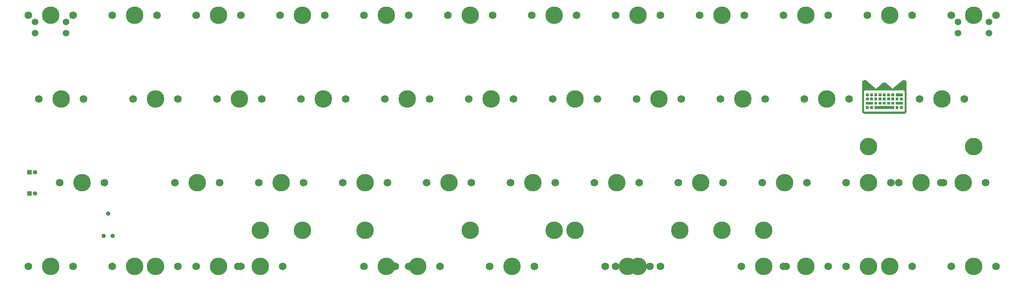
<source format=gbr>
%TF.GenerationSoftware,KiCad,Pcbnew,7.99.0-unknown-e01ef0a38d~172~ubuntu23.04.1*%
%TF.CreationDate,2023-10-19T21:10:57-04:00*%
%TF.ProjectId,Koneko40Stagger,4b6f6e65-6b6f-4343-9053-746167676572,rev?*%
%TF.SameCoordinates,Original*%
%TF.FileFunction,Soldermask,Top*%
%TF.FilePolarity,Negative*%
%FSLAX46Y46*%
G04 Gerber Fmt 4.6, Leading zero omitted, Abs format (unit mm)*
G04 Created by KiCad (PCBNEW 7.99.0-unknown-e01ef0a38d~172~ubuntu23.04.1) date 2023-10-19 21:10:57*
%MOMM*%
%LPD*%
G01*
G04 APERTURE LIST*
%ADD10C,0.000000*%
%ADD11C,1.750000*%
%ADD12C,3.987800*%
%ADD13C,1.500000*%
%ADD14R,1.000000X1.000000*%
%ADD15O,1.000000X1.000000*%
%ADD16C,0.990600*%
G04 APERTURE END LIST*
D10*
%TO.C,REF\u002A\u002A*%
G36*
X232944110Y-54644254D02*
G01*
X232950022Y-54644704D01*
X232955848Y-54645444D01*
X232961581Y-54646468D01*
X232967213Y-54647768D01*
X232972738Y-54649336D01*
X232978147Y-54651167D01*
X232983434Y-54653251D01*
X232988591Y-54655583D01*
X232993610Y-54658154D01*
X232998485Y-54660957D01*
X233003209Y-54663985D01*
X233007773Y-54667231D01*
X233012171Y-54670687D01*
X233016395Y-54674346D01*
X233020438Y-54678200D01*
X233024293Y-54682243D01*
X233027952Y-54686467D01*
X233031408Y-54690865D01*
X233034654Y-54695430D01*
X233037682Y-54700153D01*
X233040485Y-54705028D01*
X233043056Y-54710048D01*
X233045387Y-54715205D01*
X233047472Y-54720491D01*
X233049302Y-54725900D01*
X233050871Y-54731425D01*
X233052171Y-54737057D01*
X233053194Y-54742790D01*
X233053935Y-54748616D01*
X233054384Y-54754528D01*
X233054536Y-54760519D01*
X233054536Y-55183852D01*
X233054384Y-55189843D01*
X233053935Y-55195755D01*
X233053194Y-55201582D01*
X233052171Y-55207314D01*
X233050871Y-55212947D01*
X233049302Y-55218471D01*
X233047472Y-55223880D01*
X233045387Y-55229167D01*
X233043056Y-55234324D01*
X233040485Y-55239344D01*
X233037682Y-55244219D01*
X233034654Y-55248942D01*
X233031408Y-55253506D01*
X233027952Y-55257904D01*
X233024293Y-55262128D01*
X233020438Y-55266171D01*
X233016395Y-55270026D01*
X233012171Y-55273685D01*
X233007773Y-55277141D01*
X233003209Y-55280387D01*
X232998485Y-55283415D01*
X232993610Y-55286218D01*
X232988591Y-55288789D01*
X232983434Y-55291121D01*
X232978147Y-55293205D01*
X232972738Y-55295035D01*
X232967213Y-55296604D01*
X232961581Y-55297904D01*
X232955848Y-55298928D01*
X232950022Y-55299668D01*
X232944110Y-55300118D01*
X232938119Y-55300269D01*
X232514786Y-55300269D01*
X232508795Y-55300118D01*
X232502883Y-55299668D01*
X232497057Y-55298928D01*
X232491324Y-55297904D01*
X232485691Y-55296604D01*
X232480167Y-55295035D01*
X232474758Y-55293205D01*
X232469471Y-55291121D01*
X232464314Y-55288789D01*
X232459295Y-55286218D01*
X232454420Y-55283415D01*
X232449696Y-55280387D01*
X232445132Y-55277141D01*
X232440734Y-55273685D01*
X232436510Y-55270026D01*
X232432467Y-55266171D01*
X232428612Y-55262128D01*
X232424953Y-55257904D01*
X232421497Y-55253506D01*
X232418251Y-55248942D01*
X232415223Y-55244219D01*
X232412420Y-55239344D01*
X232409849Y-55234324D01*
X232407518Y-55229167D01*
X232405433Y-55223880D01*
X232403603Y-55218471D01*
X232402034Y-55212947D01*
X232400734Y-55207314D01*
X232399710Y-55201582D01*
X232398970Y-55195755D01*
X232398521Y-55189843D01*
X232398369Y-55183852D01*
X232398369Y-54760519D01*
X232398521Y-54754528D01*
X232398970Y-54748616D01*
X232399710Y-54742790D01*
X232400734Y-54737057D01*
X232402034Y-54731425D01*
X232403603Y-54725900D01*
X232405433Y-54720491D01*
X232407518Y-54715205D01*
X232409849Y-54710048D01*
X232412420Y-54705028D01*
X232415223Y-54700153D01*
X232418251Y-54695430D01*
X232421497Y-54690865D01*
X232424953Y-54686467D01*
X232428612Y-54682243D01*
X232432467Y-54678200D01*
X232436510Y-54674346D01*
X232440734Y-54670687D01*
X232445132Y-54667231D01*
X232449696Y-54663985D01*
X232454420Y-54660957D01*
X232459295Y-54658154D01*
X232464314Y-54655583D01*
X232469471Y-54653251D01*
X232474758Y-54651167D01*
X232480167Y-54649336D01*
X232485691Y-54647768D01*
X232491324Y-54646468D01*
X232497057Y-54645444D01*
X232502883Y-54644704D01*
X232508795Y-54644254D01*
X232514786Y-54644103D01*
X232938119Y-54644103D01*
X232944110Y-54644254D01*
G37*
G36*
X232944110Y-55612629D02*
G01*
X232950022Y-55613079D01*
X232955848Y-55613819D01*
X232961581Y-55614843D01*
X232967213Y-55616143D01*
X232972738Y-55617711D01*
X232978147Y-55619542D01*
X232983434Y-55621626D01*
X232988591Y-55623958D01*
X232993610Y-55626528D01*
X232998485Y-55629332D01*
X233003209Y-55632360D01*
X233007773Y-55635605D01*
X233012171Y-55639061D01*
X233016395Y-55642720D01*
X233020438Y-55646575D01*
X233024293Y-55650618D01*
X233027952Y-55654842D01*
X233031408Y-55659240D01*
X233034654Y-55663805D01*
X233037682Y-55668528D01*
X233040485Y-55673403D01*
X233043056Y-55678423D01*
X233045387Y-55683580D01*
X233047472Y-55688866D01*
X233049302Y-55694275D01*
X233050871Y-55699800D01*
X233052171Y-55705432D01*
X233053194Y-55711165D01*
X233053935Y-55716991D01*
X233054384Y-55722903D01*
X233054536Y-55728894D01*
X233054536Y-56152227D01*
X233054384Y-56158218D01*
X233053935Y-56164130D01*
X233053194Y-56169957D01*
X233052171Y-56175690D01*
X233050871Y-56181322D01*
X233049302Y-56186846D01*
X233047472Y-56192255D01*
X233045387Y-56197542D01*
X233043056Y-56202699D01*
X233040485Y-56207719D01*
X233037682Y-56212594D01*
X233034654Y-56217317D01*
X233031408Y-56221881D01*
X233027952Y-56226279D01*
X233024293Y-56230503D01*
X233020438Y-56234546D01*
X233016395Y-56238401D01*
X233012171Y-56242060D01*
X233007773Y-56245516D01*
X233003209Y-56248762D01*
X232998485Y-56251790D01*
X232993610Y-56254593D01*
X232988591Y-56257164D01*
X232983434Y-56259495D01*
X232978147Y-56261580D01*
X232972738Y-56263410D01*
X232967213Y-56264979D01*
X232961581Y-56266279D01*
X232955848Y-56267303D01*
X232950022Y-56268043D01*
X232944110Y-56268492D01*
X232938119Y-56268644D01*
X232514786Y-56268644D01*
X232508795Y-56268492D01*
X232502883Y-56268043D01*
X232497057Y-56267303D01*
X232491324Y-56266279D01*
X232485691Y-56264979D01*
X232480167Y-56263410D01*
X232474758Y-56261580D01*
X232469471Y-56259495D01*
X232464314Y-56257164D01*
X232459295Y-56254593D01*
X232454420Y-56251790D01*
X232449696Y-56248762D01*
X232445132Y-56245516D01*
X232440734Y-56242060D01*
X232436510Y-56238401D01*
X232432467Y-56234546D01*
X232428612Y-56230503D01*
X232424953Y-56226279D01*
X232421497Y-56221881D01*
X232418251Y-56217317D01*
X232415223Y-56212594D01*
X232412420Y-56207719D01*
X232409849Y-56202699D01*
X232407518Y-56197542D01*
X232405433Y-56192255D01*
X232403603Y-56186846D01*
X232402034Y-56181322D01*
X232400734Y-56175690D01*
X232399710Y-56169957D01*
X232398970Y-56164130D01*
X232398521Y-56158218D01*
X232398369Y-56152227D01*
X232398369Y-55728894D01*
X232398521Y-55722903D01*
X232398970Y-55716991D01*
X232399710Y-55711165D01*
X232400734Y-55705432D01*
X232402034Y-55699800D01*
X232403603Y-55694275D01*
X232405433Y-55688866D01*
X232407518Y-55683580D01*
X232409849Y-55678423D01*
X232412420Y-55673403D01*
X232415223Y-55668528D01*
X232418251Y-55663805D01*
X232421497Y-55659240D01*
X232424953Y-55654842D01*
X232428612Y-55650618D01*
X232432467Y-55646575D01*
X232436510Y-55642720D01*
X232440734Y-55639061D01*
X232445132Y-55635605D01*
X232449696Y-55632360D01*
X232454420Y-55629332D01*
X232459295Y-55626528D01*
X232464314Y-55623958D01*
X232469471Y-55621626D01*
X232474758Y-55619542D01*
X232480167Y-55617711D01*
X232485691Y-55616143D01*
X232491324Y-55614843D01*
X232497057Y-55613819D01*
X232502883Y-55613079D01*
X232508795Y-55612629D01*
X232514786Y-55612478D01*
X232938119Y-55612478D01*
X232944110Y-55612629D01*
G37*
G36*
X232944110Y-57530858D02*
G01*
X232950022Y-57531308D01*
X232955848Y-57532048D01*
X232961581Y-57533072D01*
X232967213Y-57534372D01*
X232972738Y-57535940D01*
X232978147Y-57537771D01*
X232983434Y-57539855D01*
X232988591Y-57542186D01*
X232993610Y-57544757D01*
X232998485Y-57547561D01*
X233003209Y-57550589D01*
X233007773Y-57553834D01*
X233012171Y-57557290D01*
X233016395Y-57560949D01*
X233020438Y-57564804D01*
X233024293Y-57568847D01*
X233027952Y-57573071D01*
X233031408Y-57577469D01*
X233034654Y-57582034D01*
X233037682Y-57586757D01*
X233040485Y-57591632D01*
X233043056Y-57596652D01*
X233045387Y-57601809D01*
X233047472Y-57607095D01*
X233049302Y-57612505D01*
X233050871Y-57618029D01*
X233052171Y-57623661D01*
X233053194Y-57629394D01*
X233053935Y-57635220D01*
X233054384Y-57641133D01*
X233054536Y-57647123D01*
X233054536Y-58070456D01*
X233054384Y-58076447D01*
X233053935Y-58082359D01*
X233053194Y-58088185D01*
X233052171Y-58093918D01*
X233050871Y-58099550D01*
X233049302Y-58105075D01*
X233047472Y-58110484D01*
X233045387Y-58115771D01*
X233043056Y-58120928D01*
X233040485Y-58125947D01*
X233037682Y-58130822D01*
X233034654Y-58135546D01*
X233031408Y-58140110D01*
X233027952Y-58144508D01*
X233024293Y-58148732D01*
X233020438Y-58152775D01*
X233016395Y-58156630D01*
X233012171Y-58160289D01*
X233007773Y-58163745D01*
X233003209Y-58166991D01*
X232998485Y-58170019D01*
X232993610Y-58172822D01*
X232988591Y-58175393D01*
X232983434Y-58177724D01*
X232978147Y-58179809D01*
X232972738Y-58181639D01*
X232967213Y-58183208D01*
X232961581Y-58184508D01*
X232955848Y-58185532D01*
X232950022Y-58186272D01*
X232944110Y-58186722D01*
X232938119Y-58186873D01*
X232514786Y-58186873D01*
X232508795Y-58186722D01*
X232502883Y-58186272D01*
X232497057Y-58185532D01*
X232491324Y-58184508D01*
X232485691Y-58183208D01*
X232480167Y-58181639D01*
X232474758Y-58179809D01*
X232469471Y-58177724D01*
X232464314Y-58175393D01*
X232459295Y-58172822D01*
X232454420Y-58170019D01*
X232449696Y-58166991D01*
X232445132Y-58163745D01*
X232440734Y-58160289D01*
X232436510Y-58156630D01*
X232432467Y-58152775D01*
X232428612Y-58148732D01*
X232424953Y-58144508D01*
X232421497Y-58140110D01*
X232418251Y-58135546D01*
X232415223Y-58130822D01*
X232412420Y-58125947D01*
X232409849Y-58120928D01*
X232407518Y-58115771D01*
X232405433Y-58110484D01*
X232403603Y-58105075D01*
X232402034Y-58099550D01*
X232400734Y-58093918D01*
X232399710Y-58088185D01*
X232398970Y-58082359D01*
X232398521Y-58076447D01*
X232398369Y-58070456D01*
X232398369Y-57647123D01*
X232398521Y-57641133D01*
X232398970Y-57635220D01*
X232399710Y-57629394D01*
X232400734Y-57623661D01*
X232402034Y-57618029D01*
X232403603Y-57612505D01*
X232405433Y-57607095D01*
X232407518Y-57601809D01*
X232409849Y-57596652D01*
X232412420Y-57591632D01*
X232415223Y-57586757D01*
X232418251Y-57582034D01*
X232421497Y-57577469D01*
X232424953Y-57573071D01*
X232428612Y-57568847D01*
X232432467Y-57564804D01*
X232436510Y-57560949D01*
X232440734Y-57557290D01*
X232445132Y-57553834D01*
X232449696Y-57550589D01*
X232454420Y-57547561D01*
X232459295Y-57544757D01*
X232464314Y-57542186D01*
X232469471Y-57539855D01*
X232474758Y-57537771D01*
X232480167Y-57535940D01*
X232485691Y-57534372D01*
X232491324Y-57533072D01*
X232497057Y-57532048D01*
X232502883Y-57531308D01*
X232508795Y-57530858D01*
X232514786Y-57530706D01*
X232938119Y-57530706D01*
X232944110Y-57530858D01*
G37*
G36*
X232944110Y-57544088D02*
G01*
X232950022Y-57544537D01*
X232955848Y-57545278D01*
X232961581Y-57546301D01*
X232967213Y-57547601D01*
X232972738Y-57549170D01*
X232978147Y-57551000D01*
X232983434Y-57553085D01*
X232988591Y-57555416D01*
X232993610Y-57557987D01*
X232998485Y-57560790D01*
X233003209Y-57563818D01*
X233007773Y-57567064D01*
X233012171Y-57570520D01*
X233016395Y-57574179D01*
X233020438Y-57578034D01*
X233024293Y-57582077D01*
X233027952Y-57586301D01*
X233031408Y-57590699D01*
X233034654Y-57595263D01*
X233037682Y-57599986D01*
X233040485Y-57604862D01*
X233043056Y-57609881D01*
X233045387Y-57615038D01*
X233047472Y-57620325D01*
X233049302Y-57625734D01*
X233050871Y-57631258D01*
X233052171Y-57636891D01*
X233053194Y-57642624D01*
X233053935Y-57648450D01*
X233054384Y-57654362D01*
X233054536Y-57660353D01*
X233054536Y-58083686D01*
X233054384Y-58089677D01*
X233053935Y-58095589D01*
X233053194Y-58101415D01*
X233052171Y-58107148D01*
X233050871Y-58112780D01*
X233049302Y-58118305D01*
X233047472Y-58123714D01*
X233045387Y-58129001D01*
X233043056Y-58134157D01*
X233040485Y-58139177D01*
X233037682Y-58144052D01*
X233034654Y-58148776D01*
X233031408Y-58153340D01*
X233027952Y-58157738D01*
X233024293Y-58161962D01*
X233020438Y-58166005D01*
X233016395Y-58169860D01*
X233012171Y-58173519D01*
X233007773Y-58176975D01*
X233003209Y-58180220D01*
X232998485Y-58183248D01*
X232993610Y-58186052D01*
X232988591Y-58188623D01*
X232983434Y-58190954D01*
X232978147Y-58193038D01*
X232972738Y-58194869D01*
X232967213Y-58196437D01*
X232961581Y-58197737D01*
X232955848Y-58198761D01*
X232950022Y-58199501D01*
X232944110Y-58199951D01*
X232938119Y-58200102D01*
X232514786Y-58200102D01*
X232508795Y-58199951D01*
X232502883Y-58199501D01*
X232497057Y-58198761D01*
X232491324Y-58197737D01*
X232485691Y-58196437D01*
X232480167Y-58194869D01*
X232474758Y-58193038D01*
X232469471Y-58190954D01*
X232464314Y-58188623D01*
X232459295Y-58186052D01*
X232454420Y-58183248D01*
X232449696Y-58180220D01*
X232445132Y-58176975D01*
X232440734Y-58173519D01*
X232436510Y-58169860D01*
X232432467Y-58166005D01*
X232428612Y-58161962D01*
X232424953Y-58157738D01*
X232421497Y-58153340D01*
X232418251Y-58148776D01*
X232415223Y-58144052D01*
X232412420Y-58139177D01*
X232409849Y-58134157D01*
X232407518Y-58129001D01*
X232405433Y-58123714D01*
X232403603Y-58118305D01*
X232402034Y-58112780D01*
X232400734Y-58107148D01*
X232399710Y-58101415D01*
X232398970Y-58095589D01*
X232398521Y-58089677D01*
X232398369Y-58083686D01*
X232398369Y-57660353D01*
X232398521Y-57654362D01*
X232398970Y-57648450D01*
X232399710Y-57642624D01*
X232400734Y-57636891D01*
X232402034Y-57631258D01*
X232403603Y-57625734D01*
X232405433Y-57620325D01*
X232407518Y-57615038D01*
X232409849Y-57609881D01*
X232412420Y-57604862D01*
X232415223Y-57599986D01*
X232418251Y-57595263D01*
X232421497Y-57590699D01*
X232424953Y-57586301D01*
X232428612Y-57582077D01*
X232432467Y-57578034D01*
X232436510Y-57574179D01*
X232440734Y-57570520D01*
X232445132Y-57567064D01*
X232449696Y-57563818D01*
X232454420Y-57560790D01*
X232459295Y-57557987D01*
X232464314Y-57555416D01*
X232469471Y-57553085D01*
X232474758Y-57551000D01*
X232480167Y-57549170D01*
X232485691Y-57547601D01*
X232491324Y-57546301D01*
X232497057Y-57545278D01*
X232502883Y-57544537D01*
X232508795Y-57544088D01*
X232514786Y-57543936D01*
X232938119Y-57543936D01*
X232944110Y-57544088D01*
G37*
G36*
X233915131Y-54644254D02*
G01*
X233921043Y-54644704D01*
X233926869Y-54645444D01*
X233932602Y-54646468D01*
X233938234Y-54647768D01*
X233943759Y-54649336D01*
X233949168Y-54651167D01*
X233954455Y-54653251D01*
X233959611Y-54655583D01*
X233964631Y-54658154D01*
X233969506Y-54660957D01*
X233974230Y-54663985D01*
X233978794Y-54667231D01*
X233983192Y-54670687D01*
X233987416Y-54674346D01*
X233991459Y-54678200D01*
X233995314Y-54682243D01*
X233998973Y-54686467D01*
X234002429Y-54690865D01*
X234005675Y-54695430D01*
X234008703Y-54700153D01*
X234011506Y-54705028D01*
X234014077Y-54710048D01*
X234016408Y-54715205D01*
X234018492Y-54720491D01*
X234020323Y-54725900D01*
X234021892Y-54731425D01*
X234023191Y-54737057D01*
X234024215Y-54742790D01*
X234024956Y-54748616D01*
X234025405Y-54754528D01*
X234025557Y-54760519D01*
X234025557Y-55183852D01*
X234025405Y-55189843D01*
X234024956Y-55195755D01*
X234024215Y-55201582D01*
X234023191Y-55207314D01*
X234021892Y-55212947D01*
X234020323Y-55218471D01*
X234018492Y-55223880D01*
X234016408Y-55229167D01*
X234014077Y-55234324D01*
X234011506Y-55239344D01*
X234008703Y-55244219D01*
X234005675Y-55248942D01*
X234002429Y-55253506D01*
X233998973Y-55257904D01*
X233995314Y-55262128D01*
X233991459Y-55266171D01*
X233987416Y-55270026D01*
X233983192Y-55273685D01*
X233978794Y-55277141D01*
X233974230Y-55280387D01*
X233969506Y-55283415D01*
X233964631Y-55286218D01*
X233959611Y-55288789D01*
X233954455Y-55291121D01*
X233949168Y-55293205D01*
X233943759Y-55295035D01*
X233938234Y-55296604D01*
X233932602Y-55297904D01*
X233926869Y-55298928D01*
X233921043Y-55299668D01*
X233915131Y-55300118D01*
X233909140Y-55300269D01*
X233485807Y-55300269D01*
X233479816Y-55300118D01*
X233473904Y-55299668D01*
X233468078Y-55298928D01*
X233462345Y-55297904D01*
X233456712Y-55296604D01*
X233451188Y-55295035D01*
X233445779Y-55293205D01*
X233440492Y-55291121D01*
X233435335Y-55288789D01*
X233430316Y-55286218D01*
X233425440Y-55283415D01*
X233420717Y-55280387D01*
X233416153Y-55277141D01*
X233411755Y-55273685D01*
X233407531Y-55270026D01*
X233403488Y-55266171D01*
X233399633Y-55262128D01*
X233395974Y-55257904D01*
X233392518Y-55253506D01*
X233389272Y-55248942D01*
X233386244Y-55244219D01*
X233383441Y-55239344D01*
X233380870Y-55234324D01*
X233378539Y-55229167D01*
X233376454Y-55223880D01*
X233374624Y-55218471D01*
X233373055Y-55212947D01*
X233371755Y-55207314D01*
X233370731Y-55201582D01*
X233369991Y-55195755D01*
X233369541Y-55189843D01*
X233369390Y-55183852D01*
X233369390Y-54760519D01*
X233369541Y-54754528D01*
X233369991Y-54748616D01*
X233370731Y-54742790D01*
X233371755Y-54737057D01*
X233373055Y-54731425D01*
X233374624Y-54725900D01*
X233376454Y-54720491D01*
X233378539Y-54715205D01*
X233380870Y-54710048D01*
X233383441Y-54705028D01*
X233386244Y-54700153D01*
X233389272Y-54695430D01*
X233392518Y-54690865D01*
X233395974Y-54686467D01*
X233399633Y-54682243D01*
X233403488Y-54678200D01*
X233407531Y-54674346D01*
X233411755Y-54670687D01*
X233416153Y-54667231D01*
X233420717Y-54663985D01*
X233425440Y-54660957D01*
X233430316Y-54658154D01*
X233435335Y-54655583D01*
X233440492Y-54653251D01*
X233445779Y-54651167D01*
X233451188Y-54649336D01*
X233456712Y-54647768D01*
X233462345Y-54646468D01*
X233468078Y-54645444D01*
X233473904Y-54644704D01*
X233479816Y-54644254D01*
X233485807Y-54644103D01*
X233909140Y-54644103D01*
X233915131Y-54644254D01*
G37*
G36*
X233915131Y-55612629D02*
G01*
X233921043Y-55613079D01*
X233926869Y-55613819D01*
X233932602Y-55614843D01*
X233938234Y-55616143D01*
X233943759Y-55617711D01*
X233949168Y-55619542D01*
X233954455Y-55621626D01*
X233959611Y-55623958D01*
X233964631Y-55626528D01*
X233969506Y-55629332D01*
X233974230Y-55632360D01*
X233978794Y-55635605D01*
X233983192Y-55639061D01*
X233987416Y-55642720D01*
X233991459Y-55646575D01*
X233995314Y-55650618D01*
X233998973Y-55654842D01*
X234002429Y-55659240D01*
X234005675Y-55663805D01*
X234008703Y-55668528D01*
X234011506Y-55673403D01*
X234014077Y-55678423D01*
X234016408Y-55683580D01*
X234018492Y-55688866D01*
X234020323Y-55694275D01*
X234021892Y-55699800D01*
X234023191Y-55705432D01*
X234024215Y-55711165D01*
X234024956Y-55716991D01*
X234025405Y-55722903D01*
X234025557Y-55728894D01*
X234025557Y-56152227D01*
X234025405Y-56158218D01*
X234024956Y-56164130D01*
X234024215Y-56169957D01*
X234023191Y-56175690D01*
X234021892Y-56181322D01*
X234020323Y-56186846D01*
X234018492Y-56192255D01*
X234016408Y-56197542D01*
X234014077Y-56202699D01*
X234011506Y-56207719D01*
X234008703Y-56212594D01*
X234005675Y-56217317D01*
X234002429Y-56221881D01*
X233998973Y-56226279D01*
X233995314Y-56230503D01*
X233991459Y-56234546D01*
X233987416Y-56238401D01*
X233983192Y-56242060D01*
X233978794Y-56245516D01*
X233974230Y-56248762D01*
X233969506Y-56251790D01*
X233964631Y-56254593D01*
X233959611Y-56257164D01*
X233954455Y-56259495D01*
X233949168Y-56261580D01*
X233943759Y-56263410D01*
X233938234Y-56264979D01*
X233932602Y-56266279D01*
X233926869Y-56267303D01*
X233921043Y-56268043D01*
X233915131Y-56268492D01*
X233909140Y-56268644D01*
X233485807Y-56268644D01*
X233479816Y-56268492D01*
X233473904Y-56268043D01*
X233468078Y-56267303D01*
X233462345Y-56266279D01*
X233456712Y-56264979D01*
X233451188Y-56263410D01*
X233445779Y-56261580D01*
X233440492Y-56259495D01*
X233435335Y-56257164D01*
X233430316Y-56254593D01*
X233425440Y-56251790D01*
X233420717Y-56248762D01*
X233416153Y-56245516D01*
X233411755Y-56242060D01*
X233407531Y-56238401D01*
X233403488Y-56234546D01*
X233399633Y-56230503D01*
X233395974Y-56226279D01*
X233392518Y-56221881D01*
X233389272Y-56217317D01*
X233386244Y-56212594D01*
X233383441Y-56207719D01*
X233380870Y-56202699D01*
X233378539Y-56197542D01*
X233376454Y-56192255D01*
X233374624Y-56186846D01*
X233373055Y-56181322D01*
X233371755Y-56175690D01*
X233370731Y-56169957D01*
X233369991Y-56164130D01*
X233369541Y-56158218D01*
X233369390Y-56152227D01*
X233369390Y-55728894D01*
X233369541Y-55722903D01*
X233369991Y-55716991D01*
X233370731Y-55711165D01*
X233371755Y-55705432D01*
X233373055Y-55699800D01*
X233374624Y-55694275D01*
X233376454Y-55688866D01*
X233378539Y-55683580D01*
X233380870Y-55678423D01*
X233383441Y-55673403D01*
X233386244Y-55668528D01*
X233389272Y-55663805D01*
X233392518Y-55659240D01*
X233395974Y-55654842D01*
X233399633Y-55650618D01*
X233403488Y-55646575D01*
X233407531Y-55642720D01*
X233411755Y-55639061D01*
X233416153Y-55635605D01*
X233420717Y-55632360D01*
X233425440Y-55629332D01*
X233430316Y-55626528D01*
X233435335Y-55623958D01*
X233440492Y-55621626D01*
X233445779Y-55619542D01*
X233451188Y-55617711D01*
X233456712Y-55616143D01*
X233462345Y-55614843D01*
X233468078Y-55613819D01*
X233473904Y-55613079D01*
X233479816Y-55612629D01*
X233485807Y-55612478D01*
X233909140Y-55612478D01*
X233915131Y-55612629D01*
G37*
G36*
X233915131Y-57530858D02*
G01*
X233921043Y-57531308D01*
X233926869Y-57532048D01*
X233932602Y-57533072D01*
X233938234Y-57534372D01*
X233943759Y-57535940D01*
X233949168Y-57537771D01*
X233954455Y-57539855D01*
X233959611Y-57542186D01*
X233964631Y-57544757D01*
X233969506Y-57547561D01*
X233974230Y-57550589D01*
X233978794Y-57553834D01*
X233983192Y-57557290D01*
X233987416Y-57560949D01*
X233991459Y-57564804D01*
X233995314Y-57568847D01*
X233998973Y-57573071D01*
X234002429Y-57577469D01*
X234005675Y-57582034D01*
X234008703Y-57586757D01*
X234011506Y-57591632D01*
X234014077Y-57596652D01*
X234016408Y-57601809D01*
X234018492Y-57607095D01*
X234020323Y-57612505D01*
X234021892Y-57618029D01*
X234023191Y-57623661D01*
X234024215Y-57629394D01*
X234024956Y-57635220D01*
X234025405Y-57641133D01*
X234025557Y-57647123D01*
X234025557Y-58070456D01*
X234025405Y-58076447D01*
X234024956Y-58082359D01*
X234024215Y-58088185D01*
X234023191Y-58093918D01*
X234021892Y-58099550D01*
X234020323Y-58105075D01*
X234018492Y-58110484D01*
X234016408Y-58115771D01*
X234014077Y-58120928D01*
X234011506Y-58125947D01*
X234008703Y-58130822D01*
X234005675Y-58135546D01*
X234002429Y-58140110D01*
X233998973Y-58144508D01*
X233995314Y-58148732D01*
X233991459Y-58152775D01*
X233987416Y-58156630D01*
X233983192Y-58160289D01*
X233978794Y-58163745D01*
X233974230Y-58166991D01*
X233969506Y-58170019D01*
X233964631Y-58172822D01*
X233959611Y-58175393D01*
X233954455Y-58177724D01*
X233949168Y-58179809D01*
X233943759Y-58181639D01*
X233938234Y-58183208D01*
X233932602Y-58184508D01*
X233926869Y-58185532D01*
X233921043Y-58186272D01*
X233915131Y-58186722D01*
X233909140Y-58186873D01*
X233485807Y-58186873D01*
X233479816Y-58186722D01*
X233473904Y-58186272D01*
X233468078Y-58185532D01*
X233462345Y-58184508D01*
X233456712Y-58183208D01*
X233451188Y-58181639D01*
X233445779Y-58179809D01*
X233440492Y-58177724D01*
X233435335Y-58175393D01*
X233430316Y-58172822D01*
X233425440Y-58170019D01*
X233420717Y-58166991D01*
X233416153Y-58163745D01*
X233411755Y-58160289D01*
X233407531Y-58156630D01*
X233403488Y-58152775D01*
X233399633Y-58148732D01*
X233395974Y-58144508D01*
X233392518Y-58140110D01*
X233389272Y-58135546D01*
X233386244Y-58130822D01*
X233383441Y-58125947D01*
X233380870Y-58120928D01*
X233378539Y-58115771D01*
X233376454Y-58110484D01*
X233374624Y-58105075D01*
X233373055Y-58099550D01*
X233371755Y-58093918D01*
X233370731Y-58088185D01*
X233369991Y-58082359D01*
X233369541Y-58076447D01*
X233369390Y-58070456D01*
X233369390Y-57647123D01*
X233369541Y-57641133D01*
X233369991Y-57635220D01*
X233370731Y-57629394D01*
X233371755Y-57623661D01*
X233373055Y-57618029D01*
X233374624Y-57612505D01*
X233376454Y-57607095D01*
X233378539Y-57601809D01*
X233380870Y-57596652D01*
X233383441Y-57591632D01*
X233386244Y-57586757D01*
X233389272Y-57582034D01*
X233392518Y-57577469D01*
X233395974Y-57573071D01*
X233399633Y-57568847D01*
X233403488Y-57564804D01*
X233407531Y-57560949D01*
X233411755Y-57557290D01*
X233416153Y-57553834D01*
X233420717Y-57550589D01*
X233425440Y-57547561D01*
X233430316Y-57544757D01*
X233435335Y-57542186D01*
X233440492Y-57539855D01*
X233445779Y-57537771D01*
X233451188Y-57535940D01*
X233456712Y-57534372D01*
X233462345Y-57533072D01*
X233468078Y-57532048D01*
X233473904Y-57531308D01*
X233479816Y-57530858D01*
X233485807Y-57530706D01*
X233909140Y-57530706D01*
X233915131Y-57530858D01*
G37*
G36*
X233915131Y-57544088D02*
G01*
X233921043Y-57544537D01*
X233926869Y-57545278D01*
X233932602Y-57546301D01*
X233938234Y-57547601D01*
X233943759Y-57549170D01*
X233949168Y-57551000D01*
X233954455Y-57553085D01*
X233959611Y-57555416D01*
X233964631Y-57557987D01*
X233969506Y-57560790D01*
X233974230Y-57563818D01*
X233978794Y-57567064D01*
X233983192Y-57570520D01*
X233987416Y-57574179D01*
X233991459Y-57578034D01*
X233995314Y-57582077D01*
X233998973Y-57586301D01*
X234002429Y-57590699D01*
X234005675Y-57595263D01*
X234008703Y-57599986D01*
X234011506Y-57604862D01*
X234014077Y-57609881D01*
X234016408Y-57615038D01*
X234018492Y-57620325D01*
X234020323Y-57625734D01*
X234021892Y-57631258D01*
X234023191Y-57636891D01*
X234024215Y-57642624D01*
X234024956Y-57648450D01*
X234025405Y-57654362D01*
X234025557Y-57660353D01*
X234025557Y-58083686D01*
X234025405Y-58089677D01*
X234024956Y-58095589D01*
X234024215Y-58101415D01*
X234023191Y-58107148D01*
X234021892Y-58112780D01*
X234020323Y-58118305D01*
X234018492Y-58123714D01*
X234016408Y-58129001D01*
X234014077Y-58134157D01*
X234011506Y-58139177D01*
X234008703Y-58144052D01*
X234005675Y-58148776D01*
X234002429Y-58153340D01*
X233998973Y-58157738D01*
X233995314Y-58161962D01*
X233991459Y-58166005D01*
X233987416Y-58169860D01*
X233983192Y-58173519D01*
X233978794Y-58176975D01*
X233974230Y-58180220D01*
X233969506Y-58183248D01*
X233964631Y-58186052D01*
X233959611Y-58188623D01*
X233954455Y-58190954D01*
X233949168Y-58193038D01*
X233943759Y-58194869D01*
X233938234Y-58196437D01*
X233932602Y-58197737D01*
X233926869Y-58198761D01*
X233921043Y-58199501D01*
X233915131Y-58199951D01*
X233909140Y-58200102D01*
X233485807Y-58200102D01*
X233479816Y-58199951D01*
X233473904Y-58199501D01*
X233468078Y-58198761D01*
X233462345Y-58197737D01*
X233456712Y-58196437D01*
X233451188Y-58194869D01*
X233445779Y-58193038D01*
X233440492Y-58190954D01*
X233435335Y-58188623D01*
X233430316Y-58186052D01*
X233425440Y-58183248D01*
X233420717Y-58180220D01*
X233416153Y-58176975D01*
X233411755Y-58173519D01*
X233407531Y-58169860D01*
X233403488Y-58166005D01*
X233399633Y-58161962D01*
X233395974Y-58157738D01*
X233392518Y-58153340D01*
X233389272Y-58148776D01*
X233386244Y-58144052D01*
X233383441Y-58139177D01*
X233380870Y-58134157D01*
X233378539Y-58129001D01*
X233376454Y-58123714D01*
X233374624Y-58118305D01*
X233373055Y-58112780D01*
X233371755Y-58107148D01*
X233370731Y-58101415D01*
X233369991Y-58095589D01*
X233369541Y-58089677D01*
X233369390Y-58083686D01*
X233369390Y-57660353D01*
X233369541Y-57654362D01*
X233369991Y-57648450D01*
X233370731Y-57642624D01*
X233371755Y-57636891D01*
X233373055Y-57631258D01*
X233374624Y-57625734D01*
X233376454Y-57620325D01*
X233378539Y-57615038D01*
X233380870Y-57609881D01*
X233383441Y-57604862D01*
X233386244Y-57599986D01*
X233389272Y-57595263D01*
X233392518Y-57590699D01*
X233395974Y-57586301D01*
X233399633Y-57582077D01*
X233403488Y-57578034D01*
X233407531Y-57574179D01*
X233411755Y-57570520D01*
X233416153Y-57567064D01*
X233420717Y-57563818D01*
X233425440Y-57560790D01*
X233430316Y-57557987D01*
X233435335Y-57555416D01*
X233440492Y-57553085D01*
X233445779Y-57551000D01*
X233451188Y-57549170D01*
X233456712Y-57547601D01*
X233462345Y-57546301D01*
X233468078Y-57545278D01*
X233473904Y-57544537D01*
X233479816Y-57544088D01*
X233485807Y-57543936D01*
X233909140Y-57543936D01*
X233915131Y-57544088D01*
G37*
G36*
X234878214Y-54644254D02*
G01*
X234884126Y-54644704D01*
X234889952Y-54645444D01*
X234895685Y-54646468D01*
X234901317Y-54647768D01*
X234906842Y-54649336D01*
X234912251Y-54651167D01*
X234917538Y-54653251D01*
X234922695Y-54655583D01*
X234927714Y-54658154D01*
X234932589Y-54660957D01*
X234937313Y-54663985D01*
X234941877Y-54667231D01*
X234946275Y-54670687D01*
X234950499Y-54674346D01*
X234954542Y-54678200D01*
X234958397Y-54682243D01*
X234962056Y-54686467D01*
X234965512Y-54690865D01*
X234968758Y-54695430D01*
X234971786Y-54700153D01*
X234974589Y-54705028D01*
X234977160Y-54710048D01*
X234979491Y-54715205D01*
X234981576Y-54720491D01*
X234983406Y-54725900D01*
X234984975Y-54731425D01*
X234986275Y-54737057D01*
X234987298Y-54742790D01*
X234988039Y-54748616D01*
X234988488Y-54754528D01*
X234988640Y-54760519D01*
X234988640Y-55183852D01*
X234988488Y-55189843D01*
X234988039Y-55195755D01*
X234987298Y-55201582D01*
X234986275Y-55207314D01*
X234984975Y-55212947D01*
X234983406Y-55218471D01*
X234981576Y-55223880D01*
X234979491Y-55229167D01*
X234977160Y-55234324D01*
X234974589Y-55239344D01*
X234971786Y-55244219D01*
X234968758Y-55248942D01*
X234965512Y-55253506D01*
X234962056Y-55257904D01*
X234958397Y-55262128D01*
X234954542Y-55266171D01*
X234950499Y-55270026D01*
X234946275Y-55273685D01*
X234941877Y-55277141D01*
X234937313Y-55280387D01*
X234932589Y-55283415D01*
X234927714Y-55286218D01*
X234922695Y-55288789D01*
X234917538Y-55291121D01*
X234912251Y-55293205D01*
X234906842Y-55295035D01*
X234901317Y-55296604D01*
X234895685Y-55297904D01*
X234889952Y-55298928D01*
X234884126Y-55299668D01*
X234878214Y-55300118D01*
X234872223Y-55300269D01*
X234448890Y-55300269D01*
X234442899Y-55300118D01*
X234436987Y-55299668D01*
X234431161Y-55298928D01*
X234425428Y-55297904D01*
X234419795Y-55296604D01*
X234414271Y-55295035D01*
X234408862Y-55293205D01*
X234403575Y-55291121D01*
X234398418Y-55288789D01*
X234393399Y-55286218D01*
X234388524Y-55283415D01*
X234383800Y-55280387D01*
X234379236Y-55277141D01*
X234374838Y-55273685D01*
X234370614Y-55270026D01*
X234366571Y-55266171D01*
X234362716Y-55262128D01*
X234359057Y-55257904D01*
X234355601Y-55253506D01*
X234352355Y-55248942D01*
X234349327Y-55244219D01*
X234346524Y-55239344D01*
X234343953Y-55234324D01*
X234341622Y-55229167D01*
X234339537Y-55223880D01*
X234337707Y-55218471D01*
X234336138Y-55212947D01*
X234334838Y-55207314D01*
X234333815Y-55201582D01*
X234333074Y-55195755D01*
X234332625Y-55189843D01*
X234332473Y-55183852D01*
X234332473Y-54760519D01*
X234332625Y-54754528D01*
X234333074Y-54748616D01*
X234333815Y-54742790D01*
X234334838Y-54737057D01*
X234336138Y-54731425D01*
X234337707Y-54725900D01*
X234339537Y-54720491D01*
X234341622Y-54715205D01*
X234343953Y-54710048D01*
X234346524Y-54705028D01*
X234349327Y-54700153D01*
X234352355Y-54695430D01*
X234355601Y-54690865D01*
X234359057Y-54686467D01*
X234362716Y-54682243D01*
X234366571Y-54678200D01*
X234370614Y-54674346D01*
X234374838Y-54670687D01*
X234379236Y-54667231D01*
X234383800Y-54663985D01*
X234388524Y-54660957D01*
X234393399Y-54658154D01*
X234398418Y-54655583D01*
X234403575Y-54653251D01*
X234408862Y-54651167D01*
X234414271Y-54649336D01*
X234419795Y-54647768D01*
X234425428Y-54646468D01*
X234431161Y-54645444D01*
X234436987Y-54644704D01*
X234442899Y-54644254D01*
X234448890Y-54644103D01*
X234872223Y-54644103D01*
X234878214Y-54644254D01*
G37*
G36*
X234878214Y-55612629D02*
G01*
X234884126Y-55613079D01*
X234889952Y-55613819D01*
X234895685Y-55614843D01*
X234901317Y-55616143D01*
X234906842Y-55617711D01*
X234912251Y-55619542D01*
X234917538Y-55621626D01*
X234922695Y-55623958D01*
X234927714Y-55626528D01*
X234932589Y-55629332D01*
X234937313Y-55632360D01*
X234941877Y-55635605D01*
X234946275Y-55639061D01*
X234950499Y-55642720D01*
X234954542Y-55646575D01*
X234958397Y-55650618D01*
X234962056Y-55654842D01*
X234965512Y-55659240D01*
X234968758Y-55663805D01*
X234971786Y-55668528D01*
X234974589Y-55673403D01*
X234977160Y-55678423D01*
X234979491Y-55683580D01*
X234981576Y-55688866D01*
X234983406Y-55694275D01*
X234984975Y-55699800D01*
X234986275Y-55705432D01*
X234987298Y-55711165D01*
X234988039Y-55716991D01*
X234988488Y-55722903D01*
X234988640Y-55728894D01*
X234988640Y-56152227D01*
X234988488Y-56158218D01*
X234988039Y-56164130D01*
X234987298Y-56169957D01*
X234986275Y-56175690D01*
X234984975Y-56181322D01*
X234983406Y-56186846D01*
X234981576Y-56192255D01*
X234979491Y-56197542D01*
X234977160Y-56202699D01*
X234974589Y-56207719D01*
X234971786Y-56212594D01*
X234968758Y-56217317D01*
X234965512Y-56221881D01*
X234962056Y-56226279D01*
X234958397Y-56230503D01*
X234954542Y-56234546D01*
X234950499Y-56238401D01*
X234946275Y-56242060D01*
X234941877Y-56245516D01*
X234937313Y-56248762D01*
X234932589Y-56251790D01*
X234927714Y-56254593D01*
X234922695Y-56257164D01*
X234917538Y-56259495D01*
X234912251Y-56261580D01*
X234906842Y-56263410D01*
X234901317Y-56264979D01*
X234895685Y-56266279D01*
X234889952Y-56267303D01*
X234884126Y-56268043D01*
X234878214Y-56268492D01*
X234872223Y-56268644D01*
X234448890Y-56268644D01*
X234442899Y-56268492D01*
X234436987Y-56268043D01*
X234431161Y-56267303D01*
X234425428Y-56266279D01*
X234419795Y-56264979D01*
X234414271Y-56263410D01*
X234408862Y-56261580D01*
X234403575Y-56259495D01*
X234398418Y-56257164D01*
X234393399Y-56254593D01*
X234388524Y-56251790D01*
X234383800Y-56248762D01*
X234379236Y-56245516D01*
X234374838Y-56242060D01*
X234370614Y-56238401D01*
X234366571Y-56234546D01*
X234362716Y-56230503D01*
X234359057Y-56226279D01*
X234355601Y-56221881D01*
X234352355Y-56217317D01*
X234349327Y-56212594D01*
X234346524Y-56207719D01*
X234343953Y-56202699D01*
X234341622Y-56197542D01*
X234339537Y-56192255D01*
X234337707Y-56186846D01*
X234336138Y-56181322D01*
X234334838Y-56175690D01*
X234333815Y-56169957D01*
X234333074Y-56164130D01*
X234332625Y-56158218D01*
X234332473Y-56152227D01*
X234332473Y-55728894D01*
X234332625Y-55722903D01*
X234333074Y-55716991D01*
X234333815Y-55711165D01*
X234334838Y-55705432D01*
X234336138Y-55699800D01*
X234337707Y-55694275D01*
X234339537Y-55688866D01*
X234341622Y-55683580D01*
X234343953Y-55678423D01*
X234346524Y-55673403D01*
X234349327Y-55668528D01*
X234352355Y-55663805D01*
X234355601Y-55659240D01*
X234359057Y-55654842D01*
X234362716Y-55650618D01*
X234366571Y-55646575D01*
X234370614Y-55642720D01*
X234374838Y-55639061D01*
X234379236Y-55635605D01*
X234383800Y-55632360D01*
X234388524Y-55629332D01*
X234393399Y-55626528D01*
X234398418Y-55623958D01*
X234403575Y-55621626D01*
X234408862Y-55619542D01*
X234414271Y-55617711D01*
X234419795Y-55616143D01*
X234425428Y-55614843D01*
X234431161Y-55613819D01*
X234436987Y-55613079D01*
X234442899Y-55612629D01*
X234448890Y-55612478D01*
X234872223Y-55612478D01*
X234878214Y-55612629D01*
G37*
G36*
X234878214Y-56578358D02*
G01*
X234884126Y-56578808D01*
X234889952Y-56579548D01*
X234895685Y-56580572D01*
X234901317Y-56581872D01*
X234906842Y-56583440D01*
X234912251Y-56585271D01*
X234917538Y-56587355D01*
X234922695Y-56589687D01*
X234927714Y-56592257D01*
X234932589Y-56595061D01*
X234937313Y-56598089D01*
X234941877Y-56601335D01*
X234946275Y-56604791D01*
X234950499Y-56608450D01*
X234954542Y-56612304D01*
X234958397Y-56616347D01*
X234962056Y-56620572D01*
X234965512Y-56624969D01*
X234968758Y-56629534D01*
X234971786Y-56634257D01*
X234974589Y-56639132D01*
X234977160Y-56644152D01*
X234979491Y-56649309D01*
X234981576Y-56654595D01*
X234983406Y-56660005D01*
X234984975Y-56665529D01*
X234986275Y-56671161D01*
X234987298Y-56676894D01*
X234988039Y-56682721D01*
X234988488Y-56688633D01*
X234988640Y-56694624D01*
X234988640Y-57117956D01*
X234988488Y-57123947D01*
X234988039Y-57129859D01*
X234987298Y-57135685D01*
X234986275Y-57141418D01*
X234984975Y-57147051D01*
X234983406Y-57152575D01*
X234981576Y-57157984D01*
X234979491Y-57163271D01*
X234977160Y-57168428D01*
X234974589Y-57173447D01*
X234971786Y-57178323D01*
X234968758Y-57183046D01*
X234965512Y-57187610D01*
X234962056Y-57192008D01*
X234958397Y-57196232D01*
X234954542Y-57200275D01*
X234950499Y-57204130D01*
X234946275Y-57207789D01*
X234941877Y-57211245D01*
X234937313Y-57214491D01*
X234932589Y-57217519D01*
X234927714Y-57220322D01*
X234922695Y-57222893D01*
X234917538Y-57225225D01*
X234912251Y-57227309D01*
X234906842Y-57229139D01*
X234901317Y-57230708D01*
X234895685Y-57232008D01*
X234889952Y-57233032D01*
X234884126Y-57233772D01*
X234878214Y-57234222D01*
X234872223Y-57234373D01*
X234448890Y-57234373D01*
X234442899Y-57234222D01*
X234436987Y-57233772D01*
X234431161Y-57233032D01*
X234425428Y-57232008D01*
X234419795Y-57230708D01*
X234414271Y-57229139D01*
X234408862Y-57227309D01*
X234403575Y-57225225D01*
X234398418Y-57222893D01*
X234393399Y-57220322D01*
X234388524Y-57217519D01*
X234383800Y-57214491D01*
X234379236Y-57211245D01*
X234374838Y-57207789D01*
X234370614Y-57204130D01*
X234366571Y-57200275D01*
X234362716Y-57196232D01*
X234359057Y-57192008D01*
X234355601Y-57187610D01*
X234352355Y-57183046D01*
X234349327Y-57178323D01*
X234346524Y-57173447D01*
X234343953Y-57168428D01*
X234341622Y-57163271D01*
X234339537Y-57157984D01*
X234337707Y-57152575D01*
X234336138Y-57147051D01*
X234334838Y-57141418D01*
X234333815Y-57135685D01*
X234333074Y-57129859D01*
X234332625Y-57123947D01*
X234332473Y-57117956D01*
X234332473Y-56694624D01*
X234332625Y-56688633D01*
X234333074Y-56682721D01*
X234333815Y-56676894D01*
X234334838Y-56671161D01*
X234336138Y-56665529D01*
X234337707Y-56660005D01*
X234339537Y-56654595D01*
X234341622Y-56649309D01*
X234343953Y-56644152D01*
X234346524Y-56639132D01*
X234349327Y-56634257D01*
X234352355Y-56629534D01*
X234355601Y-56624969D01*
X234359057Y-56620572D01*
X234362716Y-56616347D01*
X234366571Y-56612304D01*
X234370614Y-56608450D01*
X234374838Y-56604791D01*
X234379236Y-56601335D01*
X234383800Y-56598089D01*
X234388524Y-56595061D01*
X234393399Y-56592257D01*
X234398418Y-56589687D01*
X234403575Y-56587355D01*
X234408862Y-56585271D01*
X234414271Y-56583440D01*
X234419795Y-56581872D01*
X234425428Y-56580572D01*
X234431161Y-56579548D01*
X234436987Y-56578808D01*
X234442899Y-56578358D01*
X234448890Y-56578207D01*
X234872223Y-56578207D01*
X234878214Y-56578358D01*
G37*
G36*
X234878214Y-56578358D02*
G01*
X234884126Y-56578808D01*
X234889952Y-56579548D01*
X234895685Y-56580572D01*
X234901317Y-56581872D01*
X234906842Y-56583440D01*
X234912251Y-56585271D01*
X234917538Y-56587355D01*
X234922695Y-56589687D01*
X234927714Y-56592257D01*
X234932589Y-56595061D01*
X234937313Y-56598089D01*
X234941877Y-56601335D01*
X234946275Y-56604791D01*
X234950499Y-56608450D01*
X234954542Y-56612304D01*
X234958397Y-56616347D01*
X234962056Y-56620572D01*
X234965512Y-56624969D01*
X234968758Y-56629534D01*
X234971786Y-56634257D01*
X234974589Y-56639132D01*
X234977160Y-56644152D01*
X234979491Y-56649309D01*
X234981576Y-56654595D01*
X234983406Y-56660005D01*
X234984975Y-56665529D01*
X234986275Y-56671161D01*
X234987298Y-56676894D01*
X234988039Y-56682721D01*
X234988488Y-56688633D01*
X234988640Y-56694624D01*
X234988640Y-57117956D01*
X234988488Y-57123947D01*
X234988039Y-57129859D01*
X234987298Y-57135685D01*
X234986275Y-57141418D01*
X234984975Y-57147051D01*
X234983406Y-57152575D01*
X234981576Y-57157984D01*
X234979491Y-57163271D01*
X234977160Y-57168428D01*
X234974589Y-57173447D01*
X234971786Y-57178323D01*
X234968758Y-57183046D01*
X234965512Y-57187610D01*
X234962056Y-57192008D01*
X234958397Y-57196232D01*
X234954542Y-57200275D01*
X234950499Y-57204130D01*
X234946275Y-57207789D01*
X234941877Y-57211245D01*
X234937313Y-57214491D01*
X234932589Y-57217519D01*
X234927714Y-57220322D01*
X234922695Y-57222893D01*
X234917538Y-57225225D01*
X234912251Y-57227309D01*
X234906842Y-57229139D01*
X234901317Y-57230708D01*
X234895685Y-57232008D01*
X234889952Y-57233032D01*
X234884126Y-57233772D01*
X234878214Y-57234222D01*
X234872223Y-57234373D01*
X234448890Y-57234373D01*
X234442899Y-57234222D01*
X234436987Y-57233772D01*
X234431161Y-57233032D01*
X234425428Y-57232008D01*
X234419795Y-57230708D01*
X234414271Y-57229139D01*
X234408862Y-57227309D01*
X234403575Y-57225225D01*
X234398418Y-57222893D01*
X234393399Y-57220322D01*
X234388524Y-57217519D01*
X234383800Y-57214491D01*
X234379236Y-57211245D01*
X234374838Y-57207789D01*
X234370614Y-57204130D01*
X234366571Y-57200275D01*
X234362716Y-57196232D01*
X234359057Y-57192008D01*
X234355601Y-57187610D01*
X234352355Y-57183046D01*
X234349327Y-57178323D01*
X234346524Y-57173447D01*
X234343953Y-57168428D01*
X234341622Y-57163271D01*
X234339537Y-57157984D01*
X234337707Y-57152575D01*
X234336138Y-57147051D01*
X234334838Y-57141418D01*
X234333815Y-57135685D01*
X234333074Y-57129859D01*
X234332625Y-57123947D01*
X234332473Y-57117956D01*
X234332473Y-56694624D01*
X234332625Y-56688633D01*
X234333074Y-56682721D01*
X234333815Y-56676894D01*
X234334838Y-56671161D01*
X234336138Y-56665529D01*
X234337707Y-56660005D01*
X234339537Y-56654595D01*
X234341622Y-56649309D01*
X234343953Y-56644152D01*
X234346524Y-56639132D01*
X234349327Y-56634257D01*
X234352355Y-56629534D01*
X234355601Y-56624969D01*
X234359057Y-56620572D01*
X234362716Y-56616347D01*
X234366571Y-56612304D01*
X234370614Y-56608450D01*
X234374838Y-56604791D01*
X234379236Y-56601335D01*
X234383800Y-56598089D01*
X234388524Y-56595061D01*
X234393399Y-56592257D01*
X234398418Y-56589687D01*
X234403575Y-56587355D01*
X234408862Y-56585271D01*
X234414271Y-56583440D01*
X234419795Y-56581872D01*
X234425428Y-56580572D01*
X234431161Y-56579548D01*
X234436987Y-56578808D01*
X234442899Y-56578358D01*
X234448890Y-56578207D01*
X234872223Y-56578207D01*
X234878214Y-56578358D01*
G37*
G36*
X235843943Y-54644254D02*
G01*
X235849855Y-54644704D01*
X235855681Y-54645444D01*
X235861414Y-54646468D01*
X235867046Y-54647768D01*
X235872571Y-54649336D01*
X235877980Y-54651167D01*
X235883267Y-54653251D01*
X235888423Y-54655583D01*
X235893443Y-54658154D01*
X235898318Y-54660957D01*
X235903042Y-54663985D01*
X235907606Y-54667231D01*
X235912004Y-54670687D01*
X235916228Y-54674346D01*
X235920271Y-54678200D01*
X235924126Y-54682243D01*
X235927785Y-54686467D01*
X235931241Y-54690865D01*
X235934487Y-54695430D01*
X235937515Y-54700153D01*
X235940318Y-54705028D01*
X235942889Y-54710048D01*
X235945220Y-54715205D01*
X235947305Y-54720491D01*
X235949135Y-54725900D01*
X235950704Y-54731425D01*
X235952004Y-54737057D01*
X235953027Y-54742790D01*
X235953768Y-54748616D01*
X235954217Y-54754528D01*
X235954369Y-54760519D01*
X235954369Y-55183852D01*
X235954217Y-55189843D01*
X235953768Y-55195755D01*
X235953027Y-55201582D01*
X235952004Y-55207314D01*
X235950704Y-55212947D01*
X235949135Y-55218471D01*
X235947305Y-55223880D01*
X235945220Y-55229167D01*
X235942889Y-55234324D01*
X235940318Y-55239344D01*
X235937515Y-55244219D01*
X235934487Y-55248942D01*
X235931241Y-55253506D01*
X235927785Y-55257904D01*
X235924126Y-55262128D01*
X235920271Y-55266171D01*
X235916228Y-55270026D01*
X235912004Y-55273685D01*
X235907606Y-55277141D01*
X235903042Y-55280387D01*
X235898318Y-55283415D01*
X235893443Y-55286218D01*
X235888423Y-55288789D01*
X235883267Y-55291121D01*
X235877980Y-55293205D01*
X235872571Y-55295035D01*
X235867046Y-55296604D01*
X235861414Y-55297904D01*
X235855681Y-55298928D01*
X235849855Y-55299668D01*
X235843943Y-55300118D01*
X235837952Y-55300269D01*
X235414619Y-55300269D01*
X235408628Y-55300118D01*
X235402716Y-55299668D01*
X235396890Y-55298928D01*
X235391157Y-55297904D01*
X235385525Y-55296604D01*
X235380000Y-55295035D01*
X235374591Y-55293205D01*
X235369304Y-55291121D01*
X235364148Y-55288789D01*
X235359128Y-55286218D01*
X235354253Y-55283415D01*
X235349529Y-55280387D01*
X235344965Y-55277141D01*
X235340567Y-55273685D01*
X235336343Y-55270026D01*
X235332300Y-55266171D01*
X235328445Y-55262128D01*
X235324786Y-55257904D01*
X235321330Y-55253506D01*
X235318084Y-55248942D01*
X235315056Y-55244219D01*
X235312253Y-55239344D01*
X235309682Y-55234324D01*
X235307351Y-55229167D01*
X235305266Y-55223880D01*
X235303436Y-55218471D01*
X235301867Y-55212947D01*
X235300567Y-55207314D01*
X235299544Y-55201582D01*
X235298803Y-55195755D01*
X235298354Y-55189843D01*
X235298202Y-55183852D01*
X235298202Y-54760519D01*
X235298354Y-54754528D01*
X235298803Y-54748616D01*
X235299544Y-54742790D01*
X235300567Y-54737057D01*
X235301867Y-54731425D01*
X235303436Y-54725900D01*
X235305266Y-54720491D01*
X235307351Y-54715205D01*
X235309682Y-54710048D01*
X235312253Y-54705028D01*
X235315056Y-54700153D01*
X235318084Y-54695430D01*
X235321330Y-54690865D01*
X235324786Y-54686467D01*
X235328445Y-54682243D01*
X235332300Y-54678200D01*
X235336343Y-54674346D01*
X235340567Y-54670687D01*
X235344965Y-54667231D01*
X235349529Y-54663985D01*
X235354253Y-54660957D01*
X235359128Y-54658154D01*
X235364148Y-54655583D01*
X235369304Y-54653251D01*
X235374591Y-54651167D01*
X235380000Y-54649336D01*
X235385525Y-54647768D01*
X235391157Y-54646468D01*
X235396890Y-54645444D01*
X235402716Y-54644704D01*
X235408628Y-54644254D01*
X235414619Y-54644103D01*
X235837952Y-54644103D01*
X235843943Y-54644254D01*
G37*
G36*
X235843943Y-55612629D02*
G01*
X235849855Y-55613079D01*
X235855681Y-55613819D01*
X235861414Y-55614843D01*
X235867046Y-55616143D01*
X235872571Y-55617711D01*
X235877980Y-55619542D01*
X235883267Y-55621626D01*
X235888423Y-55623958D01*
X235893443Y-55626528D01*
X235898318Y-55629332D01*
X235903042Y-55632360D01*
X235907606Y-55635605D01*
X235912004Y-55639061D01*
X235916228Y-55642720D01*
X235920271Y-55646575D01*
X235924126Y-55650618D01*
X235927785Y-55654842D01*
X235931241Y-55659240D01*
X235934487Y-55663805D01*
X235937515Y-55668528D01*
X235940318Y-55673403D01*
X235942889Y-55678423D01*
X235945220Y-55683580D01*
X235947305Y-55688866D01*
X235949135Y-55694275D01*
X235950704Y-55699800D01*
X235952004Y-55705432D01*
X235953027Y-55711165D01*
X235953768Y-55716991D01*
X235954217Y-55722903D01*
X235954369Y-55728894D01*
X235954369Y-56152227D01*
X235954217Y-56158218D01*
X235953768Y-56164130D01*
X235953027Y-56169957D01*
X235952004Y-56175690D01*
X235950704Y-56181322D01*
X235949135Y-56186846D01*
X235947305Y-56192255D01*
X235945220Y-56197542D01*
X235942889Y-56202699D01*
X235940318Y-56207719D01*
X235937515Y-56212594D01*
X235934487Y-56217317D01*
X235931241Y-56221881D01*
X235927785Y-56226279D01*
X235924126Y-56230503D01*
X235920271Y-56234546D01*
X235916228Y-56238401D01*
X235912004Y-56242060D01*
X235907606Y-56245516D01*
X235903042Y-56248762D01*
X235898318Y-56251790D01*
X235893443Y-56254593D01*
X235888423Y-56257164D01*
X235883267Y-56259495D01*
X235877980Y-56261580D01*
X235872571Y-56263410D01*
X235867046Y-56264979D01*
X235861414Y-56266279D01*
X235855681Y-56267303D01*
X235849855Y-56268043D01*
X235843943Y-56268492D01*
X235837952Y-56268644D01*
X235414619Y-56268644D01*
X235408628Y-56268492D01*
X235402716Y-56268043D01*
X235396890Y-56267303D01*
X235391157Y-56266279D01*
X235385525Y-56264979D01*
X235380000Y-56263410D01*
X235374591Y-56261580D01*
X235369304Y-56259495D01*
X235364148Y-56257164D01*
X235359128Y-56254593D01*
X235354253Y-56251790D01*
X235349529Y-56248762D01*
X235344965Y-56245516D01*
X235340567Y-56242060D01*
X235336343Y-56238401D01*
X235332300Y-56234546D01*
X235328445Y-56230503D01*
X235324786Y-56226279D01*
X235321330Y-56221881D01*
X235318084Y-56217317D01*
X235315056Y-56212594D01*
X235312253Y-56207719D01*
X235309682Y-56202699D01*
X235307351Y-56197542D01*
X235305266Y-56192255D01*
X235303436Y-56186846D01*
X235301867Y-56181322D01*
X235300567Y-56175690D01*
X235299544Y-56169957D01*
X235298803Y-56164130D01*
X235298354Y-56158218D01*
X235298202Y-56152227D01*
X235298202Y-55728894D01*
X235298354Y-55722903D01*
X235298803Y-55716991D01*
X235299544Y-55711165D01*
X235300567Y-55705432D01*
X235301867Y-55699800D01*
X235303436Y-55694275D01*
X235305266Y-55688866D01*
X235307351Y-55683580D01*
X235309682Y-55678423D01*
X235312253Y-55673403D01*
X235315056Y-55668528D01*
X235318084Y-55663805D01*
X235321330Y-55659240D01*
X235324786Y-55654842D01*
X235328445Y-55650618D01*
X235332300Y-55646575D01*
X235336343Y-55642720D01*
X235340567Y-55639061D01*
X235344965Y-55635605D01*
X235349529Y-55632360D01*
X235354253Y-55629332D01*
X235359128Y-55626528D01*
X235364148Y-55623958D01*
X235369304Y-55621626D01*
X235374591Y-55619542D01*
X235380000Y-55617711D01*
X235385525Y-55616143D01*
X235391157Y-55614843D01*
X235396890Y-55613819D01*
X235402716Y-55613079D01*
X235408628Y-55612629D01*
X235414619Y-55612478D01*
X235837952Y-55612478D01*
X235843943Y-55612629D01*
G37*
G36*
X235843943Y-56578358D02*
G01*
X235849855Y-56578808D01*
X235855681Y-56579548D01*
X235861414Y-56580572D01*
X235867046Y-56581872D01*
X235872571Y-56583440D01*
X235877980Y-56585271D01*
X235883267Y-56587355D01*
X235888423Y-56589687D01*
X235893443Y-56592257D01*
X235898318Y-56595061D01*
X235903042Y-56598089D01*
X235907606Y-56601335D01*
X235912004Y-56604791D01*
X235916228Y-56608450D01*
X235920271Y-56612304D01*
X235924126Y-56616347D01*
X235927785Y-56620572D01*
X235931241Y-56624969D01*
X235934487Y-56629534D01*
X235937515Y-56634257D01*
X235940318Y-56639132D01*
X235942889Y-56644152D01*
X235945220Y-56649309D01*
X235947305Y-56654595D01*
X235949135Y-56660005D01*
X235950704Y-56665529D01*
X235952004Y-56671161D01*
X235953027Y-56676894D01*
X235953768Y-56682721D01*
X235954217Y-56688633D01*
X235954369Y-56694624D01*
X235954369Y-57117956D01*
X235954217Y-57123947D01*
X235953768Y-57129859D01*
X235953027Y-57135685D01*
X235952004Y-57141418D01*
X235950704Y-57147051D01*
X235949135Y-57152575D01*
X235947305Y-57157984D01*
X235945220Y-57163271D01*
X235942889Y-57168428D01*
X235940318Y-57173447D01*
X235937515Y-57178323D01*
X235934487Y-57183046D01*
X235931241Y-57187610D01*
X235927785Y-57192008D01*
X235924126Y-57196232D01*
X235920271Y-57200275D01*
X235916228Y-57204130D01*
X235912004Y-57207789D01*
X235907606Y-57211245D01*
X235903042Y-57214491D01*
X235898318Y-57217519D01*
X235893443Y-57220322D01*
X235888423Y-57222893D01*
X235883267Y-57225225D01*
X235877980Y-57227309D01*
X235872571Y-57229139D01*
X235867046Y-57230708D01*
X235861414Y-57232008D01*
X235855681Y-57233032D01*
X235849855Y-57233772D01*
X235843943Y-57234222D01*
X235837952Y-57234373D01*
X235414619Y-57234373D01*
X235408628Y-57234222D01*
X235402716Y-57233772D01*
X235396890Y-57233032D01*
X235391157Y-57232008D01*
X235385525Y-57230708D01*
X235380000Y-57229139D01*
X235374591Y-57227309D01*
X235369304Y-57225225D01*
X235364148Y-57222893D01*
X235359128Y-57220322D01*
X235354253Y-57217519D01*
X235349529Y-57214491D01*
X235344965Y-57211245D01*
X235340567Y-57207789D01*
X235336343Y-57204130D01*
X235332300Y-57200275D01*
X235328445Y-57196232D01*
X235324786Y-57192008D01*
X235321330Y-57187610D01*
X235318084Y-57183046D01*
X235315056Y-57178323D01*
X235312253Y-57173447D01*
X235309682Y-57168428D01*
X235307351Y-57163271D01*
X235305266Y-57157984D01*
X235303436Y-57152575D01*
X235301867Y-57147051D01*
X235300567Y-57141418D01*
X235299544Y-57135685D01*
X235298803Y-57129859D01*
X235298354Y-57123947D01*
X235298202Y-57117956D01*
X235298202Y-56694624D01*
X235298354Y-56688633D01*
X235298803Y-56682721D01*
X235299544Y-56676894D01*
X235300567Y-56671161D01*
X235301867Y-56665529D01*
X235303436Y-56660005D01*
X235305266Y-56654595D01*
X235307351Y-56649309D01*
X235309682Y-56644152D01*
X235312253Y-56639132D01*
X235315056Y-56634257D01*
X235318084Y-56629534D01*
X235321330Y-56624969D01*
X235324786Y-56620572D01*
X235328445Y-56616347D01*
X235332300Y-56612304D01*
X235336343Y-56608450D01*
X235340567Y-56604791D01*
X235344965Y-56601335D01*
X235349529Y-56598089D01*
X235354253Y-56595061D01*
X235359128Y-56592257D01*
X235364148Y-56589687D01*
X235369304Y-56587355D01*
X235374591Y-56585271D01*
X235380000Y-56583440D01*
X235385525Y-56581872D01*
X235391157Y-56580572D01*
X235396890Y-56579548D01*
X235402716Y-56578808D01*
X235408628Y-56578358D01*
X235414619Y-56578207D01*
X235837952Y-56578207D01*
X235843943Y-56578358D01*
G37*
G36*
X236807026Y-54644254D02*
G01*
X236812938Y-54644704D01*
X236818764Y-54645444D01*
X236824497Y-54646468D01*
X236830130Y-54647768D01*
X236835654Y-54649336D01*
X236841063Y-54651167D01*
X236846350Y-54653251D01*
X236851507Y-54655583D01*
X236856526Y-54658154D01*
X236861402Y-54660957D01*
X236866125Y-54663985D01*
X236870689Y-54667231D01*
X236875087Y-54670687D01*
X236879311Y-54674346D01*
X236883354Y-54678200D01*
X236887209Y-54682243D01*
X236890868Y-54686467D01*
X236894324Y-54690865D01*
X236897570Y-54695430D01*
X236900598Y-54700153D01*
X236903401Y-54705028D01*
X236905972Y-54710048D01*
X236908304Y-54715205D01*
X236910388Y-54720491D01*
X236912218Y-54725900D01*
X236913787Y-54731425D01*
X236915087Y-54737057D01*
X236916111Y-54742790D01*
X236916851Y-54748616D01*
X236917301Y-54754528D01*
X236917452Y-54760519D01*
X236917452Y-55183852D01*
X236917301Y-55189843D01*
X236916851Y-55195755D01*
X236916111Y-55201582D01*
X236915087Y-55207314D01*
X236913787Y-55212947D01*
X236912218Y-55218471D01*
X236910388Y-55223880D01*
X236908304Y-55229167D01*
X236905972Y-55234324D01*
X236903401Y-55239344D01*
X236900598Y-55244219D01*
X236897570Y-55248942D01*
X236894324Y-55253506D01*
X236890868Y-55257904D01*
X236887209Y-55262128D01*
X236883354Y-55266171D01*
X236879311Y-55270026D01*
X236875087Y-55273685D01*
X236870689Y-55277141D01*
X236866125Y-55280387D01*
X236861402Y-55283415D01*
X236856526Y-55286218D01*
X236851507Y-55288789D01*
X236846350Y-55291121D01*
X236841063Y-55293205D01*
X236835654Y-55295035D01*
X236830130Y-55296604D01*
X236824497Y-55297904D01*
X236818764Y-55298928D01*
X236812938Y-55299668D01*
X236807026Y-55300118D01*
X236801035Y-55300269D01*
X236377702Y-55300269D01*
X236371711Y-55300118D01*
X236365799Y-55299668D01*
X236359973Y-55298928D01*
X236354240Y-55297904D01*
X236348608Y-55296604D01*
X236343083Y-55295035D01*
X236337674Y-55293205D01*
X236332387Y-55291121D01*
X236327231Y-55288789D01*
X236322211Y-55286218D01*
X236317336Y-55283415D01*
X236312612Y-55280387D01*
X236308048Y-55277141D01*
X236303650Y-55273685D01*
X236299426Y-55270026D01*
X236295383Y-55266171D01*
X236291528Y-55262128D01*
X236287869Y-55257904D01*
X236284413Y-55253506D01*
X236281168Y-55248942D01*
X236278140Y-55244219D01*
X236275336Y-55239344D01*
X236272765Y-55234324D01*
X236270434Y-55229167D01*
X236268350Y-55223880D01*
X236266519Y-55218471D01*
X236264951Y-55212947D01*
X236263651Y-55207314D01*
X236262627Y-55201582D01*
X236261887Y-55195755D01*
X236261437Y-55189843D01*
X236261286Y-55183852D01*
X236261286Y-54760519D01*
X236261437Y-54754528D01*
X236261887Y-54748616D01*
X236262627Y-54742790D01*
X236263651Y-54737057D01*
X236264951Y-54731425D01*
X236266519Y-54725900D01*
X236268350Y-54720491D01*
X236270434Y-54715205D01*
X236272765Y-54710048D01*
X236275336Y-54705028D01*
X236278140Y-54700153D01*
X236281168Y-54695430D01*
X236284413Y-54690865D01*
X236287869Y-54686467D01*
X236291528Y-54682243D01*
X236295383Y-54678200D01*
X236299426Y-54674346D01*
X236303650Y-54670687D01*
X236308048Y-54667231D01*
X236312612Y-54663985D01*
X236317336Y-54660957D01*
X236322211Y-54658154D01*
X236327231Y-54655583D01*
X236332387Y-54653251D01*
X236337674Y-54651167D01*
X236343083Y-54649336D01*
X236348608Y-54647768D01*
X236354240Y-54646468D01*
X236359973Y-54645444D01*
X236365799Y-54644704D01*
X236371711Y-54644254D01*
X236377702Y-54644103D01*
X236801035Y-54644103D01*
X236807026Y-54644254D01*
G37*
G36*
X236807026Y-55612629D02*
G01*
X236812938Y-55613079D01*
X236818764Y-55613819D01*
X236824497Y-55614843D01*
X236830130Y-55616143D01*
X236835654Y-55617711D01*
X236841063Y-55619542D01*
X236846350Y-55621626D01*
X236851507Y-55623958D01*
X236856526Y-55626528D01*
X236861402Y-55629332D01*
X236866125Y-55632360D01*
X236870689Y-55635605D01*
X236875087Y-55639061D01*
X236879311Y-55642720D01*
X236883354Y-55646575D01*
X236887209Y-55650618D01*
X236890868Y-55654842D01*
X236894324Y-55659240D01*
X236897570Y-55663805D01*
X236900598Y-55668528D01*
X236903401Y-55673403D01*
X236905972Y-55678423D01*
X236908304Y-55683580D01*
X236910388Y-55688866D01*
X236912218Y-55694275D01*
X236913787Y-55699800D01*
X236915087Y-55705432D01*
X236916111Y-55711165D01*
X236916851Y-55716991D01*
X236917301Y-55722903D01*
X236917452Y-55728894D01*
X236917452Y-56152227D01*
X236917301Y-56158218D01*
X236916851Y-56164130D01*
X236916111Y-56169957D01*
X236915087Y-56175690D01*
X236913787Y-56181322D01*
X236912218Y-56186846D01*
X236910388Y-56192255D01*
X236908304Y-56197542D01*
X236905972Y-56202699D01*
X236903401Y-56207719D01*
X236900598Y-56212594D01*
X236897570Y-56217317D01*
X236894324Y-56221881D01*
X236890868Y-56226279D01*
X236887209Y-56230503D01*
X236883354Y-56234546D01*
X236879311Y-56238401D01*
X236875087Y-56242060D01*
X236870689Y-56245516D01*
X236866125Y-56248762D01*
X236861402Y-56251790D01*
X236856526Y-56254593D01*
X236851507Y-56257164D01*
X236846350Y-56259495D01*
X236841063Y-56261580D01*
X236835654Y-56263410D01*
X236830130Y-56264979D01*
X236824497Y-56266279D01*
X236818764Y-56267303D01*
X236812938Y-56268043D01*
X236807026Y-56268492D01*
X236801035Y-56268644D01*
X236377702Y-56268644D01*
X236371711Y-56268492D01*
X236365799Y-56268043D01*
X236359973Y-56267303D01*
X236354240Y-56266279D01*
X236348608Y-56264979D01*
X236343083Y-56263410D01*
X236337674Y-56261580D01*
X236332387Y-56259495D01*
X236327231Y-56257164D01*
X236322211Y-56254593D01*
X236317336Y-56251790D01*
X236312612Y-56248762D01*
X236308048Y-56245516D01*
X236303650Y-56242060D01*
X236299426Y-56238401D01*
X236295383Y-56234546D01*
X236291528Y-56230503D01*
X236287869Y-56226279D01*
X236284413Y-56221881D01*
X236281168Y-56217317D01*
X236278140Y-56212594D01*
X236275336Y-56207719D01*
X236272765Y-56202699D01*
X236270434Y-56197542D01*
X236268350Y-56192255D01*
X236266519Y-56186846D01*
X236264951Y-56181322D01*
X236263651Y-56175690D01*
X236262627Y-56169957D01*
X236261887Y-56164130D01*
X236261437Y-56158218D01*
X236261286Y-56152227D01*
X236261286Y-55728894D01*
X236261437Y-55722903D01*
X236261887Y-55716991D01*
X236262627Y-55711165D01*
X236263651Y-55705432D01*
X236264951Y-55699800D01*
X236266519Y-55694275D01*
X236268350Y-55688866D01*
X236270434Y-55683580D01*
X236272765Y-55678423D01*
X236275336Y-55673403D01*
X236278140Y-55668528D01*
X236281168Y-55663805D01*
X236284413Y-55659240D01*
X236287869Y-55654842D01*
X236291528Y-55650618D01*
X236295383Y-55646575D01*
X236299426Y-55642720D01*
X236303650Y-55639061D01*
X236308048Y-55635605D01*
X236312612Y-55632360D01*
X236317336Y-55629332D01*
X236322211Y-55626528D01*
X236327231Y-55623958D01*
X236332387Y-55621626D01*
X236337674Y-55619542D01*
X236343083Y-55617711D01*
X236348608Y-55616143D01*
X236354240Y-55614843D01*
X236359973Y-55613819D01*
X236365799Y-55613079D01*
X236371711Y-55612629D01*
X236377702Y-55612478D01*
X236801035Y-55612478D01*
X236807026Y-55612629D01*
G37*
G36*
X236807026Y-56578358D02*
G01*
X236812938Y-56578808D01*
X236818764Y-56579548D01*
X236824497Y-56580572D01*
X236830130Y-56581872D01*
X236835654Y-56583440D01*
X236841063Y-56585271D01*
X236846350Y-56587355D01*
X236851507Y-56589687D01*
X236856526Y-56592257D01*
X236861402Y-56595061D01*
X236866125Y-56598089D01*
X236870689Y-56601335D01*
X236875087Y-56604791D01*
X236879311Y-56608450D01*
X236883354Y-56612304D01*
X236887209Y-56616347D01*
X236890868Y-56620572D01*
X236894324Y-56624969D01*
X236897570Y-56629534D01*
X236900598Y-56634257D01*
X236903401Y-56639132D01*
X236905972Y-56644152D01*
X236908304Y-56649309D01*
X236910388Y-56654595D01*
X236912218Y-56660005D01*
X236913787Y-56665529D01*
X236915087Y-56671161D01*
X236916111Y-56676894D01*
X236916851Y-56682721D01*
X236917301Y-56688633D01*
X236917452Y-56694624D01*
X236917452Y-57117956D01*
X236917301Y-57123947D01*
X236916851Y-57129859D01*
X236916111Y-57135685D01*
X236915087Y-57141418D01*
X236913787Y-57147051D01*
X236912218Y-57152575D01*
X236910388Y-57157984D01*
X236908304Y-57163271D01*
X236905972Y-57168428D01*
X236903401Y-57173447D01*
X236900598Y-57178323D01*
X236897570Y-57183046D01*
X236894324Y-57187610D01*
X236890868Y-57192008D01*
X236887209Y-57196232D01*
X236883354Y-57200275D01*
X236879311Y-57204130D01*
X236875087Y-57207789D01*
X236870689Y-57211245D01*
X236866125Y-57214491D01*
X236861402Y-57217519D01*
X236856526Y-57220322D01*
X236851507Y-57222893D01*
X236846350Y-57225225D01*
X236841063Y-57227309D01*
X236835654Y-57229139D01*
X236830130Y-57230708D01*
X236824497Y-57232008D01*
X236818764Y-57233032D01*
X236812938Y-57233772D01*
X236807026Y-57234222D01*
X236801035Y-57234373D01*
X236377702Y-57234373D01*
X236371711Y-57234222D01*
X236365799Y-57233772D01*
X236359973Y-57233032D01*
X236354240Y-57232008D01*
X236348608Y-57230708D01*
X236343083Y-57229139D01*
X236337674Y-57227309D01*
X236332387Y-57225225D01*
X236327231Y-57222893D01*
X236322211Y-57220322D01*
X236317336Y-57217519D01*
X236312612Y-57214491D01*
X236308048Y-57211245D01*
X236303650Y-57207789D01*
X236299426Y-57204130D01*
X236295383Y-57200275D01*
X236291528Y-57196232D01*
X236287869Y-57192008D01*
X236284413Y-57187610D01*
X236281168Y-57183046D01*
X236278140Y-57178323D01*
X236275336Y-57173447D01*
X236272765Y-57168428D01*
X236270434Y-57163271D01*
X236268350Y-57157984D01*
X236266519Y-57152575D01*
X236264951Y-57147051D01*
X236263651Y-57141418D01*
X236262627Y-57135685D01*
X236261887Y-57129859D01*
X236261437Y-57123947D01*
X236261286Y-57117956D01*
X236261286Y-56694624D01*
X236261437Y-56688633D01*
X236261887Y-56682721D01*
X236262627Y-56676894D01*
X236263651Y-56671161D01*
X236264951Y-56665529D01*
X236266519Y-56660005D01*
X236268350Y-56654595D01*
X236270434Y-56649309D01*
X236272765Y-56644152D01*
X236275336Y-56639132D01*
X236278140Y-56634257D01*
X236281168Y-56629534D01*
X236284413Y-56624969D01*
X236287869Y-56620572D01*
X236291528Y-56616347D01*
X236295383Y-56612304D01*
X236299426Y-56608450D01*
X236303650Y-56604791D01*
X236308048Y-56601335D01*
X236312612Y-56598089D01*
X236317336Y-56595061D01*
X236322211Y-56592257D01*
X236327231Y-56589687D01*
X236332387Y-56587355D01*
X236337674Y-56585271D01*
X236343083Y-56583440D01*
X236348608Y-56581872D01*
X236354240Y-56580572D01*
X236359973Y-56579548D01*
X236365799Y-56578808D01*
X236371711Y-56578358D01*
X236377702Y-56578207D01*
X236801035Y-56578207D01*
X236807026Y-56578358D01*
G37*
G36*
X237778047Y-54644254D02*
G01*
X237783959Y-54644704D01*
X237789785Y-54645444D01*
X237795518Y-54646468D01*
X237801150Y-54647768D01*
X237806675Y-54649336D01*
X237812084Y-54651167D01*
X237817371Y-54653251D01*
X237822527Y-54655583D01*
X237827547Y-54658154D01*
X237832422Y-54660957D01*
X237837146Y-54663985D01*
X237841710Y-54667231D01*
X237846108Y-54670687D01*
X237850332Y-54674346D01*
X237854375Y-54678200D01*
X237858230Y-54682243D01*
X237861889Y-54686467D01*
X237865345Y-54690865D01*
X237868591Y-54695430D01*
X237871619Y-54700153D01*
X237874422Y-54705028D01*
X237876993Y-54710048D01*
X237879324Y-54715205D01*
X237881409Y-54720491D01*
X237883239Y-54725900D01*
X237884808Y-54731425D01*
X237886108Y-54737057D01*
X237887131Y-54742790D01*
X237887872Y-54748616D01*
X237888321Y-54754528D01*
X237888473Y-54760519D01*
X237888473Y-55183852D01*
X237888321Y-55189843D01*
X237887872Y-55195755D01*
X237887131Y-55201582D01*
X237886108Y-55207314D01*
X237884808Y-55212947D01*
X237883239Y-55218471D01*
X237881409Y-55223880D01*
X237879324Y-55229167D01*
X237876993Y-55234324D01*
X237874422Y-55239344D01*
X237871619Y-55244219D01*
X237868591Y-55248942D01*
X237865345Y-55253506D01*
X237861889Y-55257904D01*
X237858230Y-55262128D01*
X237854375Y-55266171D01*
X237850332Y-55270026D01*
X237846108Y-55273685D01*
X237841710Y-55277141D01*
X237837146Y-55280387D01*
X237832422Y-55283415D01*
X237827547Y-55286218D01*
X237822527Y-55288789D01*
X237817371Y-55291121D01*
X237812084Y-55293205D01*
X237806675Y-55295035D01*
X237801150Y-55296604D01*
X237795518Y-55297904D01*
X237789785Y-55298928D01*
X237783959Y-55299668D01*
X237778047Y-55300118D01*
X237772056Y-55300269D01*
X237348723Y-55300269D01*
X237342732Y-55300118D01*
X237336820Y-55299668D01*
X237330994Y-55298928D01*
X237325261Y-55297904D01*
X237319629Y-55296604D01*
X237314104Y-55295035D01*
X237308695Y-55293205D01*
X237303408Y-55291121D01*
X237298252Y-55288789D01*
X237293232Y-55286218D01*
X237288357Y-55283415D01*
X237283633Y-55280387D01*
X237279069Y-55277141D01*
X237274671Y-55273685D01*
X237270447Y-55270026D01*
X237266404Y-55266171D01*
X237262549Y-55262128D01*
X237258890Y-55257904D01*
X237255434Y-55253506D01*
X237252188Y-55248942D01*
X237249160Y-55244219D01*
X237246357Y-55239344D01*
X237243786Y-55234324D01*
X237241455Y-55229167D01*
X237239370Y-55223880D01*
X237237540Y-55218471D01*
X237235971Y-55212947D01*
X237234671Y-55207314D01*
X237233648Y-55201582D01*
X237232907Y-55195755D01*
X237232458Y-55189843D01*
X237232306Y-55183852D01*
X237232306Y-54760519D01*
X237232458Y-54754528D01*
X237232907Y-54748616D01*
X237233648Y-54742790D01*
X237234671Y-54737057D01*
X237235971Y-54731425D01*
X237237540Y-54725900D01*
X237239370Y-54720491D01*
X237241455Y-54715205D01*
X237243786Y-54710048D01*
X237246357Y-54705028D01*
X237249160Y-54700153D01*
X237252188Y-54695430D01*
X237255434Y-54690865D01*
X237258890Y-54686467D01*
X237262549Y-54682243D01*
X237266404Y-54678200D01*
X237270447Y-54674346D01*
X237274671Y-54670687D01*
X237279069Y-54667231D01*
X237283633Y-54663985D01*
X237288357Y-54660957D01*
X237293232Y-54658154D01*
X237298252Y-54655583D01*
X237303408Y-54653251D01*
X237308695Y-54651167D01*
X237314104Y-54649336D01*
X237319629Y-54647768D01*
X237325261Y-54646468D01*
X237330994Y-54645444D01*
X237336820Y-54644704D01*
X237342732Y-54644254D01*
X237348723Y-54644103D01*
X237772056Y-54644103D01*
X237778047Y-54644254D01*
G37*
G36*
X237778047Y-55612629D02*
G01*
X237783959Y-55613079D01*
X237789785Y-55613819D01*
X237795518Y-55614843D01*
X237801150Y-55616143D01*
X237806675Y-55617711D01*
X237812084Y-55619542D01*
X237817371Y-55621626D01*
X237822527Y-55623958D01*
X237827547Y-55626528D01*
X237832422Y-55629332D01*
X237837146Y-55632360D01*
X237841710Y-55635605D01*
X237846108Y-55639061D01*
X237850332Y-55642720D01*
X237854375Y-55646575D01*
X237858230Y-55650618D01*
X237861889Y-55654842D01*
X237865345Y-55659240D01*
X237868591Y-55663805D01*
X237871619Y-55668528D01*
X237874422Y-55673403D01*
X237876993Y-55678423D01*
X237879324Y-55683580D01*
X237881409Y-55688866D01*
X237883239Y-55694275D01*
X237884808Y-55699800D01*
X237886108Y-55705432D01*
X237887131Y-55711165D01*
X237887872Y-55716991D01*
X237888321Y-55722903D01*
X237888473Y-55728894D01*
X237888473Y-56152227D01*
X237888321Y-56158218D01*
X237887872Y-56164130D01*
X237887131Y-56169957D01*
X237886108Y-56175690D01*
X237884808Y-56181322D01*
X237883239Y-56186846D01*
X237881409Y-56192255D01*
X237879324Y-56197542D01*
X237876993Y-56202699D01*
X237874422Y-56207719D01*
X237871619Y-56212594D01*
X237868591Y-56217317D01*
X237865345Y-56221881D01*
X237861889Y-56226279D01*
X237858230Y-56230503D01*
X237854375Y-56234546D01*
X237850332Y-56238401D01*
X237846108Y-56242060D01*
X237841710Y-56245516D01*
X237837146Y-56248762D01*
X237832422Y-56251790D01*
X237827547Y-56254593D01*
X237822527Y-56257164D01*
X237817371Y-56259495D01*
X237812084Y-56261580D01*
X237806675Y-56263410D01*
X237801150Y-56264979D01*
X237795518Y-56266279D01*
X237789785Y-56267303D01*
X237783959Y-56268043D01*
X237778047Y-56268492D01*
X237772056Y-56268644D01*
X237348723Y-56268644D01*
X237342732Y-56268492D01*
X237336820Y-56268043D01*
X237330994Y-56267303D01*
X237325261Y-56266279D01*
X237319629Y-56264979D01*
X237314104Y-56263410D01*
X237308695Y-56261580D01*
X237303408Y-56259495D01*
X237298252Y-56257164D01*
X237293232Y-56254593D01*
X237288357Y-56251790D01*
X237283633Y-56248762D01*
X237279069Y-56245516D01*
X237274671Y-56242060D01*
X237270447Y-56238401D01*
X237266404Y-56234546D01*
X237262549Y-56230503D01*
X237258890Y-56226279D01*
X237255434Y-56221881D01*
X237252188Y-56217317D01*
X237249160Y-56212594D01*
X237246357Y-56207719D01*
X237243786Y-56202699D01*
X237241455Y-56197542D01*
X237239370Y-56192255D01*
X237237540Y-56186846D01*
X237235971Y-56181322D01*
X237234671Y-56175690D01*
X237233648Y-56169957D01*
X237232907Y-56164130D01*
X237232458Y-56158218D01*
X237232306Y-56152227D01*
X237232306Y-55728894D01*
X237232458Y-55722903D01*
X237232907Y-55716991D01*
X237233648Y-55711165D01*
X237234671Y-55705432D01*
X237235971Y-55699800D01*
X237237540Y-55694275D01*
X237239370Y-55688866D01*
X237241455Y-55683580D01*
X237243786Y-55678423D01*
X237246357Y-55673403D01*
X237249160Y-55668528D01*
X237252188Y-55663805D01*
X237255434Y-55659240D01*
X237258890Y-55654842D01*
X237262549Y-55650618D01*
X237266404Y-55646575D01*
X237270447Y-55642720D01*
X237274671Y-55639061D01*
X237279069Y-55635605D01*
X237283633Y-55632360D01*
X237288357Y-55629332D01*
X237293232Y-55626528D01*
X237298252Y-55623958D01*
X237303408Y-55621626D01*
X237308695Y-55619542D01*
X237314104Y-55617711D01*
X237319629Y-55616143D01*
X237325261Y-55614843D01*
X237330994Y-55613819D01*
X237336820Y-55613079D01*
X237342732Y-55612629D01*
X237348723Y-55612478D01*
X237772056Y-55612478D01*
X237778047Y-55612629D01*
G37*
G36*
X237778047Y-56578358D02*
G01*
X237783959Y-56578808D01*
X237789785Y-56579548D01*
X237795518Y-56580572D01*
X237801150Y-56581872D01*
X237806675Y-56583440D01*
X237812084Y-56585271D01*
X237817371Y-56587355D01*
X237822527Y-56589687D01*
X237827547Y-56592257D01*
X237832422Y-56595061D01*
X237837146Y-56598089D01*
X237841710Y-56601335D01*
X237846108Y-56604791D01*
X237850332Y-56608450D01*
X237854375Y-56612304D01*
X237858230Y-56616347D01*
X237861889Y-56620572D01*
X237865345Y-56624969D01*
X237868591Y-56629534D01*
X237871619Y-56634257D01*
X237874422Y-56639132D01*
X237876993Y-56644152D01*
X237879324Y-56649309D01*
X237881409Y-56654595D01*
X237883239Y-56660005D01*
X237884808Y-56665529D01*
X237886108Y-56671161D01*
X237887131Y-56676894D01*
X237887872Y-56682721D01*
X237888321Y-56688633D01*
X237888473Y-56694624D01*
X237888473Y-57117956D01*
X237888321Y-57123947D01*
X237887872Y-57129859D01*
X237887131Y-57135685D01*
X237886108Y-57141418D01*
X237884808Y-57147051D01*
X237883239Y-57152575D01*
X237881409Y-57157984D01*
X237879324Y-57163271D01*
X237876993Y-57168428D01*
X237874422Y-57173447D01*
X237871619Y-57178323D01*
X237868591Y-57183046D01*
X237865345Y-57187610D01*
X237861889Y-57192008D01*
X237858230Y-57196232D01*
X237854375Y-57200275D01*
X237850332Y-57204130D01*
X237846108Y-57207789D01*
X237841710Y-57211245D01*
X237837146Y-57214491D01*
X237832422Y-57217519D01*
X237827547Y-57220322D01*
X237822527Y-57222893D01*
X237817371Y-57225225D01*
X237812084Y-57227309D01*
X237806675Y-57229139D01*
X237801150Y-57230708D01*
X237795518Y-57232008D01*
X237789785Y-57233032D01*
X237783959Y-57233772D01*
X237778047Y-57234222D01*
X237772056Y-57234373D01*
X237348723Y-57234373D01*
X237342732Y-57234222D01*
X237336820Y-57233772D01*
X237330994Y-57233032D01*
X237325261Y-57232008D01*
X237319629Y-57230708D01*
X237314104Y-57229139D01*
X237308695Y-57227309D01*
X237303408Y-57225225D01*
X237298252Y-57222893D01*
X237293232Y-57220322D01*
X237288357Y-57217519D01*
X237283633Y-57214491D01*
X237279069Y-57211245D01*
X237274671Y-57207789D01*
X237270447Y-57204130D01*
X237266404Y-57200275D01*
X237262549Y-57196232D01*
X237258890Y-57192008D01*
X237255434Y-57187610D01*
X237252188Y-57183046D01*
X237249160Y-57178323D01*
X237246357Y-57173447D01*
X237243786Y-57168428D01*
X237241455Y-57163271D01*
X237239370Y-57157984D01*
X237237540Y-57152575D01*
X237235971Y-57147051D01*
X237234671Y-57141418D01*
X237233648Y-57135685D01*
X237232907Y-57129859D01*
X237232458Y-57123947D01*
X237232306Y-57117956D01*
X237232306Y-56694624D01*
X237232458Y-56688633D01*
X237232907Y-56682721D01*
X237233648Y-56676894D01*
X237234671Y-56671161D01*
X237235971Y-56665529D01*
X237237540Y-56660005D01*
X237239370Y-56654595D01*
X237241455Y-56649309D01*
X237243786Y-56644152D01*
X237246357Y-56639132D01*
X237249160Y-56634257D01*
X237252188Y-56629534D01*
X237255434Y-56624969D01*
X237258890Y-56620572D01*
X237262549Y-56616347D01*
X237266404Y-56612304D01*
X237270447Y-56608450D01*
X237274671Y-56604791D01*
X237279069Y-56601335D01*
X237283633Y-56598089D01*
X237288357Y-56595061D01*
X237293232Y-56592257D01*
X237298252Y-56589687D01*
X237303408Y-56587355D01*
X237308695Y-56585271D01*
X237314104Y-56583440D01*
X237319629Y-56581872D01*
X237325261Y-56580572D01*
X237330994Y-56579548D01*
X237336820Y-56578808D01*
X237342732Y-56578358D01*
X237348723Y-56578207D01*
X237772056Y-56578207D01*
X237778047Y-56578358D01*
G37*
G36*
X238723635Y-57543274D02*
G01*
X238730260Y-57543718D01*
X238736807Y-57544481D01*
X238743268Y-57545558D01*
X238749633Y-57546941D01*
X238755895Y-57548623D01*
X238762043Y-57550598D01*
X238768069Y-57552856D01*
X238773964Y-57555393D01*
X238779719Y-57558201D01*
X238785325Y-57561272D01*
X238790773Y-57564600D01*
X238796053Y-57568178D01*
X238801158Y-57571998D01*
X238806077Y-57576054D01*
X238810803Y-57580339D01*
X238815325Y-57584844D01*
X238819636Y-57589564D01*
X238823725Y-57594491D01*
X238827585Y-57599619D01*
X238831206Y-57604939D01*
X238834578Y-57610446D01*
X238837694Y-57616132D01*
X238840544Y-57621990D01*
X238843119Y-57628012D01*
X238845410Y-57634193D01*
X238847408Y-57640524D01*
X238849105Y-57646999D01*
X238850490Y-57653611D01*
X238851556Y-57660352D01*
X238851555Y-58086332D01*
X238850489Y-58093073D01*
X238849104Y-58099685D01*
X238847408Y-58106160D01*
X238845409Y-58112491D01*
X238843118Y-58118672D01*
X238840543Y-58124694D01*
X238837694Y-58130552D01*
X238834578Y-58136238D01*
X238831205Y-58141744D01*
X238827585Y-58147065D01*
X238823725Y-58152192D01*
X238819636Y-58157120D01*
X238815325Y-58161840D01*
X238810803Y-58166345D01*
X238806077Y-58170630D01*
X238801158Y-58174685D01*
X238796053Y-58178506D01*
X238790773Y-58182083D01*
X238785325Y-58185411D01*
X238779719Y-58188483D01*
X238773964Y-58191290D01*
X238768069Y-58193827D01*
X238762043Y-58196086D01*
X238755895Y-58198060D01*
X238749634Y-58199742D01*
X238743268Y-58201125D01*
X238736807Y-58202202D01*
X238730260Y-58202966D01*
X238723636Y-58203410D01*
X238716943Y-58203526D01*
X238710192Y-58203308D01*
X238703389Y-58202748D01*
X234470056Y-58202748D01*
X234463254Y-58203308D01*
X234456502Y-58203526D01*
X234449810Y-58203410D01*
X234443185Y-58202966D01*
X234436638Y-58202202D01*
X234430177Y-58201125D01*
X234423812Y-58199742D01*
X234417550Y-58198060D01*
X234411402Y-58196086D01*
X234405376Y-58193827D01*
X234399481Y-58191290D01*
X234393726Y-58188483D01*
X234388120Y-58185411D01*
X234382672Y-58182083D01*
X234377392Y-58178506D01*
X234372287Y-58174685D01*
X234367368Y-58170630D01*
X234362642Y-58166345D01*
X234358120Y-58161840D01*
X234353809Y-58157120D01*
X234349720Y-58152192D01*
X234345860Y-58147065D01*
X234342240Y-58141744D01*
X234338867Y-58136238D01*
X234335751Y-58130552D01*
X234332901Y-58124694D01*
X234330326Y-58118672D01*
X234328035Y-58112491D01*
X234326037Y-58106160D01*
X234324341Y-58099685D01*
X234322955Y-58093073D01*
X234321890Y-58086332D01*
X234321889Y-57660352D01*
X234322955Y-57653611D01*
X234324341Y-57646999D01*
X234326037Y-57640524D01*
X234328035Y-57634193D01*
X234330326Y-57628012D01*
X234332901Y-57621990D01*
X234335751Y-57616132D01*
X234338867Y-57610446D01*
X234342239Y-57604939D01*
X234345860Y-57599619D01*
X234349720Y-57594491D01*
X234353809Y-57589564D01*
X234358120Y-57584844D01*
X234362642Y-57580339D01*
X234367368Y-57576054D01*
X234372287Y-57571998D01*
X234377392Y-57568178D01*
X234382672Y-57564600D01*
X234388120Y-57561272D01*
X234393726Y-57558201D01*
X234399481Y-57555393D01*
X234405376Y-57552856D01*
X234411402Y-57550598D01*
X234417550Y-57548623D01*
X234423812Y-57546941D01*
X234430178Y-57545558D01*
X234436638Y-57544481D01*
X234443186Y-57543718D01*
X234449810Y-57543274D01*
X234456503Y-57543158D01*
X234463254Y-57543376D01*
X234470057Y-57543935D01*
X238703389Y-57543935D01*
X238710191Y-57543376D01*
X238716943Y-57543158D01*
X238723635Y-57543274D01*
G37*
G36*
X238741130Y-54631025D02*
G01*
X238747043Y-54631475D01*
X238752869Y-54632215D01*
X238758602Y-54633239D01*
X238764234Y-54634539D01*
X238769758Y-54636107D01*
X238775168Y-54637938D01*
X238780454Y-54640022D01*
X238785611Y-54642353D01*
X238790631Y-54644924D01*
X238795506Y-54647727D01*
X238800229Y-54650756D01*
X238804794Y-54654001D01*
X238809192Y-54657457D01*
X238813416Y-54661116D01*
X238817459Y-54664971D01*
X238821314Y-54669014D01*
X238824973Y-54673238D01*
X238828429Y-54677636D01*
X238831674Y-54682200D01*
X238834703Y-54686924D01*
X238837506Y-54691799D01*
X238840077Y-54696819D01*
X238842408Y-54701975D01*
X238844492Y-54707262D01*
X238846323Y-54712671D01*
X238847891Y-54718196D01*
X238849191Y-54723828D01*
X238850215Y-54729561D01*
X238850956Y-54735387D01*
X238851405Y-54741299D01*
X238851557Y-54747290D01*
X238851557Y-55170624D01*
X238851405Y-55176614D01*
X238850956Y-55182527D01*
X238850215Y-55188353D01*
X238849191Y-55194086D01*
X238847891Y-55199718D01*
X238846323Y-55205242D01*
X238844492Y-55210652D01*
X238842408Y-55215938D01*
X238840077Y-55221095D01*
X238837506Y-55226115D01*
X238834703Y-55230990D01*
X238831674Y-55235713D01*
X238828429Y-55240278D01*
X238824973Y-55244675D01*
X238821314Y-55248900D01*
X238817459Y-55252943D01*
X238813416Y-55256797D01*
X238809192Y-55260456D01*
X238804794Y-55263912D01*
X238800229Y-55267158D01*
X238795506Y-55270186D01*
X238790631Y-55272989D01*
X238785611Y-55275560D01*
X238780454Y-55277892D01*
X238775168Y-55279976D01*
X238769758Y-55281806D01*
X238764234Y-55283375D01*
X238758602Y-55284675D01*
X238752869Y-55285699D01*
X238747043Y-55286439D01*
X238741130Y-55286889D01*
X238735140Y-55287040D01*
X238311806Y-55287040D01*
X238305816Y-55286889D01*
X238299904Y-55286439D01*
X238294077Y-55285699D01*
X238288344Y-55284675D01*
X238282712Y-55283375D01*
X238277188Y-55281806D01*
X238271778Y-55279976D01*
X238266492Y-55277892D01*
X238261335Y-55275560D01*
X238256315Y-55272989D01*
X238251440Y-55270186D01*
X238246717Y-55267158D01*
X238242153Y-55263912D01*
X238237755Y-55260456D01*
X238233531Y-55256797D01*
X238229488Y-55252943D01*
X238225633Y-55248900D01*
X238221974Y-55244675D01*
X238218518Y-55240278D01*
X238215272Y-55235713D01*
X238212244Y-55230990D01*
X238209441Y-55226115D01*
X238206870Y-55221095D01*
X238204539Y-55215938D01*
X238202454Y-55210652D01*
X238200624Y-55205242D01*
X238199055Y-55199718D01*
X238197755Y-55194086D01*
X238196731Y-55188353D01*
X238195991Y-55182527D01*
X238195541Y-55176614D01*
X238195390Y-55170624D01*
X238195390Y-54747290D01*
X238195541Y-54741299D01*
X238195991Y-54735387D01*
X238196731Y-54729561D01*
X238197755Y-54723828D01*
X238199055Y-54718196D01*
X238200624Y-54712671D01*
X238202454Y-54707262D01*
X238204539Y-54701975D01*
X238206870Y-54696819D01*
X238209441Y-54691799D01*
X238212244Y-54686924D01*
X238215272Y-54682200D01*
X238218518Y-54677636D01*
X238221974Y-54673238D01*
X238225633Y-54669014D01*
X238229488Y-54664971D01*
X238233531Y-54661116D01*
X238237755Y-54657457D01*
X238242153Y-54654001D01*
X238246717Y-54650756D01*
X238251440Y-54647727D01*
X238256315Y-54644924D01*
X238261335Y-54642353D01*
X238266492Y-54640022D01*
X238271778Y-54637938D01*
X238277188Y-54636107D01*
X238282712Y-54634539D01*
X238288344Y-54633239D01*
X238294077Y-54632215D01*
X238299904Y-54631475D01*
X238305816Y-54631025D01*
X238311806Y-54630873D01*
X238735140Y-54630873D01*
X238741130Y-54631025D01*
G37*
G36*
X238741130Y-54644254D02*
G01*
X238747043Y-54644704D01*
X238752869Y-54645444D01*
X238758602Y-54646468D01*
X238764234Y-54647768D01*
X238769758Y-54649336D01*
X238775168Y-54651167D01*
X238780454Y-54653251D01*
X238785611Y-54655583D01*
X238790631Y-54658154D01*
X238795506Y-54660957D01*
X238800229Y-54663985D01*
X238804794Y-54667231D01*
X238809192Y-54670687D01*
X238813416Y-54674346D01*
X238817459Y-54678200D01*
X238821314Y-54682243D01*
X238824973Y-54686467D01*
X238828429Y-54690865D01*
X238831674Y-54695430D01*
X238834703Y-54700153D01*
X238837506Y-54705028D01*
X238840077Y-54710048D01*
X238842408Y-54715205D01*
X238844492Y-54720491D01*
X238846323Y-54725900D01*
X238847891Y-54731425D01*
X238849191Y-54737057D01*
X238850215Y-54742790D01*
X238850956Y-54748616D01*
X238851405Y-54754528D01*
X238851557Y-54760519D01*
X238851557Y-55183852D01*
X238851405Y-55189843D01*
X238850956Y-55195755D01*
X238850215Y-55201582D01*
X238849191Y-55207314D01*
X238847891Y-55212947D01*
X238846323Y-55218471D01*
X238844492Y-55223880D01*
X238842408Y-55229167D01*
X238840077Y-55234324D01*
X238837506Y-55239344D01*
X238834703Y-55244219D01*
X238831674Y-55248942D01*
X238828429Y-55253506D01*
X238824973Y-55257904D01*
X238821314Y-55262128D01*
X238817459Y-55266171D01*
X238813416Y-55270026D01*
X238809192Y-55273685D01*
X238804794Y-55277141D01*
X238800229Y-55280387D01*
X238795506Y-55283415D01*
X238790631Y-55286218D01*
X238785611Y-55288789D01*
X238780454Y-55291121D01*
X238775168Y-55293205D01*
X238769758Y-55295035D01*
X238764234Y-55296604D01*
X238758602Y-55297904D01*
X238752869Y-55298928D01*
X238747043Y-55299668D01*
X238741130Y-55300118D01*
X238735140Y-55300269D01*
X238311806Y-55300269D01*
X238305816Y-55300118D01*
X238299904Y-55299668D01*
X238294077Y-55298928D01*
X238288344Y-55297904D01*
X238282712Y-55296604D01*
X238277188Y-55295035D01*
X238271778Y-55293205D01*
X238266492Y-55291121D01*
X238261335Y-55288789D01*
X238256315Y-55286218D01*
X238251440Y-55283415D01*
X238246717Y-55280387D01*
X238242153Y-55277141D01*
X238237755Y-55273685D01*
X238233531Y-55270026D01*
X238229488Y-55266171D01*
X238225633Y-55262128D01*
X238221974Y-55257904D01*
X238218518Y-55253506D01*
X238215272Y-55248942D01*
X238212244Y-55244219D01*
X238209441Y-55239344D01*
X238206870Y-55234324D01*
X238204539Y-55229167D01*
X238202454Y-55223880D01*
X238200624Y-55218471D01*
X238199055Y-55212947D01*
X238197755Y-55207314D01*
X238196731Y-55201582D01*
X238195991Y-55195755D01*
X238195541Y-55189843D01*
X238195390Y-55183852D01*
X238195390Y-54760519D01*
X238195541Y-54754528D01*
X238195991Y-54748616D01*
X238196731Y-54742790D01*
X238197755Y-54737057D01*
X238199055Y-54731425D01*
X238200624Y-54725900D01*
X238202454Y-54720491D01*
X238204539Y-54715205D01*
X238206870Y-54710048D01*
X238209441Y-54705028D01*
X238212244Y-54700153D01*
X238215272Y-54695430D01*
X238218518Y-54690865D01*
X238221974Y-54686467D01*
X238225633Y-54682243D01*
X238229488Y-54678200D01*
X238233531Y-54674346D01*
X238237755Y-54670687D01*
X238242153Y-54667231D01*
X238246717Y-54663985D01*
X238251440Y-54660957D01*
X238256315Y-54658154D01*
X238261335Y-54655583D01*
X238266492Y-54653251D01*
X238271778Y-54651167D01*
X238277188Y-54649336D01*
X238282712Y-54647768D01*
X238288344Y-54646468D01*
X238294077Y-54645444D01*
X238299904Y-54644704D01*
X238305816Y-54644254D01*
X238311806Y-54644103D01*
X238735140Y-54644103D01*
X238741130Y-54644254D01*
G37*
G36*
X238741130Y-55612629D02*
G01*
X238747043Y-55613079D01*
X238752869Y-55613819D01*
X238758602Y-55614843D01*
X238764234Y-55616143D01*
X238769758Y-55617711D01*
X238775168Y-55619542D01*
X238780454Y-55621626D01*
X238785611Y-55623958D01*
X238790631Y-55626528D01*
X238795506Y-55629332D01*
X238800229Y-55632360D01*
X238804794Y-55635605D01*
X238809192Y-55639061D01*
X238813416Y-55642720D01*
X238817459Y-55646575D01*
X238821314Y-55650618D01*
X238824973Y-55654842D01*
X238828429Y-55659240D01*
X238831674Y-55663805D01*
X238834703Y-55668528D01*
X238837506Y-55673403D01*
X238840077Y-55678423D01*
X238842408Y-55683580D01*
X238844492Y-55688866D01*
X238846323Y-55694275D01*
X238847891Y-55699800D01*
X238849191Y-55705432D01*
X238850215Y-55711165D01*
X238850956Y-55716991D01*
X238851405Y-55722903D01*
X238851557Y-55728894D01*
X238851557Y-56152227D01*
X238851405Y-56158218D01*
X238850956Y-56164130D01*
X238850215Y-56169957D01*
X238849191Y-56175690D01*
X238847891Y-56181322D01*
X238846323Y-56186846D01*
X238844492Y-56192255D01*
X238842408Y-56197542D01*
X238840077Y-56202699D01*
X238837506Y-56207719D01*
X238834703Y-56212594D01*
X238831674Y-56217317D01*
X238828429Y-56221881D01*
X238824973Y-56226279D01*
X238821314Y-56230503D01*
X238817459Y-56234546D01*
X238813416Y-56238401D01*
X238809192Y-56242060D01*
X238804794Y-56245516D01*
X238800229Y-56248762D01*
X238795506Y-56251790D01*
X238790631Y-56254593D01*
X238785611Y-56257164D01*
X238780454Y-56259495D01*
X238775168Y-56261580D01*
X238769758Y-56263410D01*
X238764234Y-56264979D01*
X238758602Y-56266279D01*
X238752869Y-56267303D01*
X238747043Y-56268043D01*
X238741130Y-56268492D01*
X238735140Y-56268644D01*
X238311806Y-56268644D01*
X238305816Y-56268492D01*
X238299904Y-56268043D01*
X238294077Y-56267303D01*
X238288344Y-56266279D01*
X238282712Y-56264979D01*
X238277188Y-56263410D01*
X238271778Y-56261580D01*
X238266492Y-56259495D01*
X238261335Y-56257164D01*
X238256315Y-56254593D01*
X238251440Y-56251790D01*
X238246717Y-56248762D01*
X238242153Y-56245516D01*
X238237755Y-56242060D01*
X238233531Y-56238401D01*
X238229488Y-56234546D01*
X238225633Y-56230503D01*
X238221974Y-56226279D01*
X238218518Y-56221881D01*
X238215272Y-56217317D01*
X238212244Y-56212594D01*
X238209441Y-56207719D01*
X238206870Y-56202699D01*
X238204539Y-56197542D01*
X238202454Y-56192255D01*
X238200624Y-56186846D01*
X238199055Y-56181322D01*
X238197755Y-56175690D01*
X238196731Y-56169957D01*
X238195991Y-56164130D01*
X238195541Y-56158218D01*
X238195390Y-56152227D01*
X238195390Y-55728894D01*
X238195541Y-55722903D01*
X238195991Y-55716991D01*
X238196731Y-55711165D01*
X238197755Y-55705432D01*
X238199055Y-55699800D01*
X238200624Y-55694275D01*
X238202454Y-55688866D01*
X238204539Y-55683580D01*
X238206870Y-55678423D01*
X238209441Y-55673403D01*
X238212244Y-55668528D01*
X238215272Y-55663805D01*
X238218518Y-55659240D01*
X238221974Y-55654842D01*
X238225633Y-55650618D01*
X238229488Y-55646575D01*
X238233531Y-55642720D01*
X238237755Y-55639061D01*
X238242153Y-55635605D01*
X238246717Y-55632360D01*
X238251440Y-55629332D01*
X238256315Y-55626528D01*
X238261335Y-55623958D01*
X238266492Y-55621626D01*
X238271778Y-55619542D01*
X238277188Y-55617711D01*
X238282712Y-55616143D01*
X238288344Y-55614843D01*
X238294077Y-55613819D01*
X238299904Y-55613079D01*
X238305816Y-55612629D01*
X238311806Y-55612478D01*
X238735140Y-55612478D01*
X238741130Y-55612629D01*
G37*
G36*
X238741130Y-56578358D02*
G01*
X238747043Y-56578808D01*
X238752869Y-56579548D01*
X238758602Y-56580572D01*
X238764234Y-56581872D01*
X238769758Y-56583440D01*
X238775168Y-56585271D01*
X238780454Y-56587355D01*
X238785611Y-56589687D01*
X238790631Y-56592257D01*
X238795506Y-56595061D01*
X238800229Y-56598089D01*
X238804794Y-56601335D01*
X238809192Y-56604791D01*
X238813416Y-56608450D01*
X238817459Y-56612304D01*
X238821314Y-56616347D01*
X238824973Y-56620572D01*
X238828429Y-56624969D01*
X238831674Y-56629534D01*
X238834703Y-56634257D01*
X238837506Y-56639132D01*
X238840077Y-56644152D01*
X238842408Y-56649309D01*
X238844492Y-56654595D01*
X238846323Y-56660005D01*
X238847891Y-56665529D01*
X238849191Y-56671161D01*
X238850215Y-56676894D01*
X238850956Y-56682721D01*
X238851405Y-56688633D01*
X238851557Y-56694624D01*
X238851557Y-57117956D01*
X238851405Y-57123947D01*
X238850956Y-57129859D01*
X238850215Y-57135685D01*
X238849191Y-57141418D01*
X238847891Y-57147051D01*
X238846323Y-57152575D01*
X238844492Y-57157984D01*
X238842408Y-57163271D01*
X238840077Y-57168428D01*
X238837506Y-57173447D01*
X238834703Y-57178323D01*
X238831674Y-57183046D01*
X238828429Y-57187610D01*
X238824973Y-57192008D01*
X238821314Y-57196232D01*
X238817459Y-57200275D01*
X238813416Y-57204130D01*
X238809192Y-57207789D01*
X238804794Y-57211245D01*
X238800229Y-57214491D01*
X238795506Y-57217519D01*
X238790631Y-57220322D01*
X238785611Y-57222893D01*
X238780454Y-57225225D01*
X238775168Y-57227309D01*
X238769758Y-57229139D01*
X238764234Y-57230708D01*
X238758602Y-57232008D01*
X238752869Y-57233032D01*
X238747043Y-57233772D01*
X238741130Y-57234222D01*
X238735140Y-57234373D01*
X238311806Y-57234373D01*
X238305816Y-57234222D01*
X238299904Y-57233772D01*
X238294077Y-57233032D01*
X238288344Y-57232008D01*
X238282712Y-57230708D01*
X238277188Y-57229139D01*
X238271778Y-57227309D01*
X238266492Y-57225225D01*
X238261335Y-57222893D01*
X238256315Y-57220322D01*
X238251440Y-57217519D01*
X238246717Y-57214491D01*
X238242153Y-57211245D01*
X238237755Y-57207789D01*
X238233531Y-57204130D01*
X238229488Y-57200275D01*
X238225633Y-57196232D01*
X238221974Y-57192008D01*
X238218518Y-57187610D01*
X238215272Y-57183046D01*
X238212244Y-57178323D01*
X238209441Y-57173447D01*
X238206870Y-57168428D01*
X238204539Y-57163271D01*
X238202454Y-57157984D01*
X238200624Y-57152575D01*
X238199055Y-57147051D01*
X238197755Y-57141418D01*
X238196731Y-57135685D01*
X238195991Y-57129859D01*
X238195541Y-57123947D01*
X238195390Y-57117956D01*
X238195390Y-56694624D01*
X238195541Y-56688633D01*
X238195991Y-56682721D01*
X238196731Y-56676894D01*
X238197755Y-56671161D01*
X238199055Y-56665529D01*
X238200624Y-56660005D01*
X238202454Y-56654595D01*
X238204539Y-56649309D01*
X238206870Y-56644152D01*
X238209441Y-56639132D01*
X238212244Y-56634257D01*
X238215272Y-56629534D01*
X238218518Y-56624969D01*
X238221974Y-56620572D01*
X238225633Y-56616347D01*
X238229488Y-56612304D01*
X238233531Y-56608450D01*
X238237755Y-56604791D01*
X238242153Y-56601335D01*
X238246717Y-56598089D01*
X238251440Y-56595061D01*
X238256315Y-56592257D01*
X238261335Y-56589687D01*
X238266492Y-56587355D01*
X238271778Y-56585271D01*
X238277188Y-56583440D01*
X238282712Y-56581872D01*
X238288344Y-56580572D01*
X238294077Y-56579548D01*
X238299904Y-56578808D01*
X238305816Y-56578358D01*
X238311806Y-56578207D01*
X238735140Y-56578207D01*
X238741130Y-56578358D01*
G37*
G36*
X238741130Y-56578358D02*
G01*
X238747043Y-56578808D01*
X238752869Y-56579548D01*
X238758602Y-56580572D01*
X238764234Y-56581872D01*
X238769758Y-56583440D01*
X238775168Y-56585271D01*
X238780454Y-56587355D01*
X238785611Y-56589687D01*
X238790631Y-56592257D01*
X238795506Y-56595061D01*
X238800229Y-56598089D01*
X238804794Y-56601335D01*
X238809192Y-56604791D01*
X238813416Y-56608450D01*
X238817459Y-56612304D01*
X238821314Y-56616347D01*
X238824973Y-56620572D01*
X238828429Y-56624969D01*
X238831674Y-56629534D01*
X238834703Y-56634257D01*
X238837506Y-56639132D01*
X238840077Y-56644152D01*
X238842408Y-56649309D01*
X238844492Y-56654595D01*
X238846323Y-56660005D01*
X238847891Y-56665529D01*
X238849191Y-56671161D01*
X238850215Y-56676894D01*
X238850956Y-56682721D01*
X238851405Y-56688633D01*
X238851557Y-56694624D01*
X238851557Y-57117956D01*
X238851405Y-57123947D01*
X238850956Y-57129859D01*
X238850215Y-57135685D01*
X238849191Y-57141418D01*
X238847891Y-57147051D01*
X238846323Y-57152575D01*
X238844492Y-57157984D01*
X238842408Y-57163271D01*
X238840077Y-57168428D01*
X238837506Y-57173447D01*
X238834703Y-57178323D01*
X238831674Y-57183046D01*
X238828429Y-57187610D01*
X238824973Y-57192008D01*
X238821314Y-57196232D01*
X238817459Y-57200275D01*
X238813416Y-57204130D01*
X238809192Y-57207789D01*
X238804794Y-57211245D01*
X238800229Y-57214491D01*
X238795506Y-57217519D01*
X238790631Y-57220322D01*
X238785611Y-57222893D01*
X238780454Y-57225225D01*
X238775168Y-57227309D01*
X238769758Y-57229139D01*
X238764234Y-57230708D01*
X238758602Y-57232008D01*
X238752869Y-57233032D01*
X238747043Y-57233772D01*
X238741130Y-57234222D01*
X238735140Y-57234373D01*
X238311806Y-57234373D01*
X238305816Y-57234222D01*
X238299904Y-57233772D01*
X238294077Y-57233032D01*
X238288344Y-57232008D01*
X238282712Y-57230708D01*
X238277188Y-57229139D01*
X238271778Y-57227309D01*
X238266492Y-57225225D01*
X238261335Y-57222893D01*
X238256315Y-57220322D01*
X238251440Y-57217519D01*
X238246717Y-57214491D01*
X238242153Y-57211245D01*
X238237755Y-57207789D01*
X238233531Y-57204130D01*
X238229488Y-57200275D01*
X238225633Y-57196232D01*
X238221974Y-57192008D01*
X238218518Y-57187610D01*
X238215272Y-57183046D01*
X238212244Y-57178323D01*
X238209441Y-57173447D01*
X238206870Y-57168428D01*
X238204539Y-57163271D01*
X238202454Y-57157984D01*
X238200624Y-57152575D01*
X238199055Y-57147051D01*
X238197755Y-57141418D01*
X238196731Y-57135685D01*
X238195991Y-57129859D01*
X238195541Y-57123947D01*
X238195390Y-57117956D01*
X238195390Y-56694624D01*
X238195541Y-56688633D01*
X238195991Y-56682721D01*
X238196731Y-56676894D01*
X238197755Y-56671161D01*
X238199055Y-56665529D01*
X238200624Y-56660005D01*
X238202454Y-56654595D01*
X238204539Y-56649309D01*
X238206870Y-56644152D01*
X238209441Y-56639132D01*
X238212244Y-56634257D01*
X238215272Y-56629534D01*
X238218518Y-56624969D01*
X238221974Y-56620572D01*
X238225633Y-56616347D01*
X238229488Y-56612304D01*
X238233531Y-56608450D01*
X238237755Y-56604791D01*
X238242153Y-56601335D01*
X238246717Y-56598089D01*
X238251440Y-56595061D01*
X238256315Y-56592257D01*
X238261335Y-56589687D01*
X238266492Y-56587355D01*
X238271778Y-56585271D01*
X238277188Y-56583440D01*
X238282712Y-56581872D01*
X238288344Y-56580572D01*
X238294077Y-56579548D01*
X238299904Y-56578808D01*
X238305816Y-56578358D01*
X238311806Y-56578207D01*
X238735140Y-56578207D01*
X238741130Y-56578358D01*
G37*
G36*
X239706859Y-55612629D02*
G01*
X239712771Y-55613079D01*
X239718598Y-55613819D01*
X239724331Y-55614843D01*
X239729963Y-55616143D01*
X239735487Y-55617711D01*
X239740897Y-55619542D01*
X239746183Y-55621626D01*
X239751340Y-55623958D01*
X239756360Y-55626528D01*
X239761235Y-55629332D01*
X239765958Y-55632360D01*
X239770523Y-55635605D01*
X239774921Y-55639061D01*
X239779145Y-55642720D01*
X239783188Y-55646575D01*
X239787042Y-55650618D01*
X239790702Y-55654842D01*
X239794158Y-55659240D01*
X239797403Y-55663805D01*
X239800431Y-55668528D01*
X239803235Y-55673403D01*
X239805805Y-55678423D01*
X239808137Y-55683580D01*
X239810221Y-55688866D01*
X239812051Y-55694275D01*
X239813620Y-55699800D01*
X239814920Y-55705432D01*
X239815944Y-55711165D01*
X239816684Y-55716991D01*
X239817134Y-55722903D01*
X239817285Y-55728894D01*
X239817285Y-56152227D01*
X239817134Y-56158218D01*
X239816684Y-56164130D01*
X239815944Y-56169957D01*
X239814920Y-56175690D01*
X239813620Y-56181322D01*
X239812051Y-56186846D01*
X239810221Y-56192255D01*
X239808137Y-56197542D01*
X239805805Y-56202699D01*
X239803235Y-56207719D01*
X239800431Y-56212594D01*
X239797403Y-56217317D01*
X239794158Y-56221881D01*
X239790702Y-56226279D01*
X239787042Y-56230503D01*
X239783188Y-56234546D01*
X239779145Y-56238401D01*
X239774921Y-56242060D01*
X239770523Y-56245516D01*
X239765958Y-56248762D01*
X239761235Y-56251790D01*
X239756360Y-56254593D01*
X239751340Y-56257164D01*
X239746183Y-56259495D01*
X239740897Y-56261580D01*
X239735487Y-56263410D01*
X239729963Y-56264979D01*
X239724331Y-56266279D01*
X239718598Y-56267303D01*
X239712771Y-56268043D01*
X239706859Y-56268492D01*
X239700868Y-56268644D01*
X239277536Y-56268644D01*
X239271545Y-56268492D01*
X239265633Y-56268043D01*
X239259807Y-56267303D01*
X239254074Y-56266279D01*
X239248441Y-56264979D01*
X239242917Y-56263410D01*
X239237508Y-56261580D01*
X239232221Y-56259495D01*
X239227064Y-56257164D01*
X239222044Y-56254593D01*
X239217169Y-56251790D01*
X239212446Y-56248762D01*
X239207882Y-56245516D01*
X239203484Y-56242060D01*
X239199260Y-56238401D01*
X239195217Y-56234546D01*
X239191362Y-56230503D01*
X239187703Y-56226279D01*
X239184247Y-56221881D01*
X239181001Y-56217317D01*
X239177973Y-56212594D01*
X239175170Y-56207719D01*
X239172599Y-56202699D01*
X239170267Y-56197542D01*
X239168183Y-56192255D01*
X239166353Y-56186846D01*
X239164784Y-56181322D01*
X239163484Y-56175690D01*
X239162460Y-56169957D01*
X239161720Y-56164130D01*
X239161270Y-56158218D01*
X239161119Y-56152227D01*
X239161119Y-55728894D01*
X239161270Y-55722903D01*
X239161720Y-55716991D01*
X239162460Y-55711165D01*
X239163484Y-55705432D01*
X239164784Y-55699800D01*
X239166353Y-55694275D01*
X239168183Y-55688866D01*
X239170267Y-55683580D01*
X239172599Y-55678423D01*
X239175170Y-55673403D01*
X239177973Y-55668528D01*
X239181001Y-55663805D01*
X239184247Y-55659240D01*
X239187703Y-55654842D01*
X239191362Y-55650618D01*
X239195217Y-55646575D01*
X239199260Y-55642720D01*
X239203484Y-55639061D01*
X239207882Y-55635605D01*
X239212446Y-55632360D01*
X239217169Y-55629332D01*
X239222044Y-55626528D01*
X239227064Y-55623958D01*
X239232221Y-55621626D01*
X239237508Y-55619542D01*
X239242917Y-55617711D01*
X239248441Y-55616143D01*
X239254074Y-55614843D01*
X239259807Y-55613819D01*
X239265633Y-55613079D01*
X239271545Y-55612629D01*
X239277536Y-55612478D01*
X239700868Y-55612478D01*
X239706859Y-55612629D01*
G37*
G36*
X239706859Y-57530858D02*
G01*
X239712771Y-57531308D01*
X239718598Y-57532048D01*
X239724331Y-57533072D01*
X239729963Y-57534372D01*
X239735487Y-57535940D01*
X239740897Y-57537771D01*
X239746183Y-57539855D01*
X239751340Y-57542186D01*
X239756360Y-57544757D01*
X239761235Y-57547561D01*
X239765958Y-57550589D01*
X239770523Y-57553834D01*
X239774921Y-57557290D01*
X239779145Y-57560949D01*
X239783188Y-57564804D01*
X239787042Y-57568847D01*
X239790702Y-57573071D01*
X239794158Y-57577469D01*
X239797403Y-57582034D01*
X239800431Y-57586757D01*
X239803235Y-57591632D01*
X239805805Y-57596652D01*
X239808137Y-57601809D01*
X239810221Y-57607095D01*
X239812051Y-57612505D01*
X239813620Y-57618029D01*
X239814920Y-57623661D01*
X239815944Y-57629394D01*
X239816684Y-57635220D01*
X239817134Y-57641133D01*
X239817285Y-57647123D01*
X239817285Y-58070456D01*
X239817134Y-58076447D01*
X239816684Y-58082359D01*
X239815944Y-58088185D01*
X239814920Y-58093918D01*
X239813620Y-58099550D01*
X239812051Y-58105075D01*
X239810221Y-58110484D01*
X239808137Y-58115771D01*
X239805805Y-58120928D01*
X239803235Y-58125947D01*
X239800431Y-58130822D01*
X239797403Y-58135546D01*
X239794158Y-58140110D01*
X239790702Y-58144508D01*
X239787042Y-58148732D01*
X239783188Y-58152775D01*
X239779145Y-58156630D01*
X239774921Y-58160289D01*
X239770523Y-58163745D01*
X239765958Y-58166991D01*
X239761235Y-58170019D01*
X239756360Y-58172822D01*
X239751340Y-58175393D01*
X239746183Y-58177724D01*
X239740897Y-58179809D01*
X239735487Y-58181639D01*
X239729963Y-58183208D01*
X239724331Y-58184508D01*
X239718598Y-58185532D01*
X239712771Y-58186272D01*
X239706859Y-58186722D01*
X239700868Y-58186873D01*
X239277536Y-58186873D01*
X239271545Y-58186722D01*
X239265633Y-58186272D01*
X239259807Y-58185532D01*
X239254074Y-58184508D01*
X239248441Y-58183208D01*
X239242917Y-58181639D01*
X239237508Y-58179809D01*
X239232221Y-58177724D01*
X239227064Y-58175393D01*
X239222044Y-58172822D01*
X239217169Y-58170019D01*
X239212446Y-58166991D01*
X239207882Y-58163745D01*
X239203484Y-58160289D01*
X239199260Y-58156630D01*
X239195217Y-58152775D01*
X239191362Y-58148732D01*
X239187703Y-58144508D01*
X239184247Y-58140110D01*
X239181001Y-58135546D01*
X239177973Y-58130822D01*
X239175170Y-58125947D01*
X239172599Y-58120928D01*
X239170267Y-58115771D01*
X239168183Y-58110484D01*
X239166353Y-58105075D01*
X239164784Y-58099550D01*
X239163484Y-58093918D01*
X239162460Y-58088185D01*
X239161720Y-58082359D01*
X239161270Y-58076447D01*
X239161119Y-58070456D01*
X239161119Y-57647123D01*
X239161270Y-57641133D01*
X239161720Y-57635220D01*
X239162460Y-57629394D01*
X239163484Y-57623661D01*
X239164784Y-57618029D01*
X239166353Y-57612505D01*
X239168183Y-57607095D01*
X239170267Y-57601809D01*
X239172599Y-57596652D01*
X239175170Y-57591632D01*
X239177973Y-57586757D01*
X239181001Y-57582034D01*
X239184247Y-57577469D01*
X239187703Y-57573071D01*
X239191362Y-57568847D01*
X239195217Y-57564804D01*
X239199260Y-57560949D01*
X239203484Y-57557290D01*
X239207882Y-57553834D01*
X239212446Y-57550589D01*
X239217169Y-57547561D01*
X239222044Y-57544757D01*
X239227064Y-57542186D01*
X239232221Y-57539855D01*
X239237508Y-57537771D01*
X239242917Y-57535940D01*
X239248441Y-57534372D01*
X239254074Y-57533072D01*
X239259807Y-57532048D01*
X239265633Y-57531308D01*
X239271545Y-57530858D01*
X239277536Y-57530706D01*
X239700868Y-57530706D01*
X239706859Y-57530858D01*
G37*
G36*
X239706859Y-57544088D02*
G01*
X239712771Y-57544537D01*
X239718598Y-57545278D01*
X239724331Y-57546301D01*
X239729963Y-57547601D01*
X239735487Y-57549170D01*
X239740897Y-57551000D01*
X239746183Y-57553085D01*
X239751340Y-57555416D01*
X239756360Y-57557987D01*
X239761235Y-57560790D01*
X239765958Y-57563818D01*
X239770523Y-57567064D01*
X239774921Y-57570520D01*
X239779145Y-57574179D01*
X239783188Y-57578034D01*
X239787042Y-57582077D01*
X239790702Y-57586301D01*
X239794158Y-57590699D01*
X239797403Y-57595263D01*
X239800431Y-57599986D01*
X239803235Y-57604862D01*
X239805805Y-57609881D01*
X239808137Y-57615038D01*
X239810221Y-57620325D01*
X239812051Y-57625734D01*
X239813620Y-57631258D01*
X239814920Y-57636891D01*
X239815944Y-57642624D01*
X239816684Y-57648450D01*
X239817134Y-57654362D01*
X239817285Y-57660353D01*
X239817285Y-58083686D01*
X239817134Y-58089677D01*
X239816684Y-58095589D01*
X239815944Y-58101415D01*
X239814920Y-58107148D01*
X239813620Y-58112780D01*
X239812051Y-58118305D01*
X239810221Y-58123714D01*
X239808137Y-58129001D01*
X239805805Y-58134157D01*
X239803235Y-58139177D01*
X239800431Y-58144052D01*
X239797403Y-58148776D01*
X239794158Y-58153340D01*
X239790702Y-58157738D01*
X239787042Y-58161962D01*
X239783188Y-58166005D01*
X239779145Y-58169860D01*
X239774921Y-58173519D01*
X239770523Y-58176975D01*
X239765958Y-58180220D01*
X239761235Y-58183248D01*
X239756360Y-58186052D01*
X239751340Y-58188622D01*
X239746183Y-58190954D01*
X239740897Y-58193038D01*
X239735487Y-58194869D01*
X239729963Y-58196437D01*
X239724331Y-58197737D01*
X239718598Y-58198761D01*
X239712771Y-58199501D01*
X239706859Y-58199951D01*
X239700868Y-58200102D01*
X239277536Y-58200102D01*
X239271545Y-58199951D01*
X239265633Y-58199501D01*
X239259807Y-58198761D01*
X239254074Y-58197737D01*
X239248441Y-58196437D01*
X239242917Y-58194869D01*
X239237508Y-58193038D01*
X239232221Y-58190954D01*
X239227064Y-58188622D01*
X239222044Y-58186052D01*
X239217169Y-58183248D01*
X239212446Y-58180220D01*
X239207882Y-58176975D01*
X239203484Y-58173519D01*
X239199260Y-58169860D01*
X239195217Y-58166005D01*
X239191362Y-58161962D01*
X239187703Y-58157738D01*
X239184247Y-58153340D01*
X239181001Y-58148776D01*
X239177973Y-58144052D01*
X239175170Y-58139177D01*
X239172599Y-58134157D01*
X239170267Y-58129001D01*
X239168183Y-58123714D01*
X239166353Y-58118305D01*
X239164784Y-58112780D01*
X239163484Y-58107148D01*
X239162460Y-58101415D01*
X239161720Y-58095589D01*
X239161270Y-58089677D01*
X239161119Y-58083686D01*
X239161119Y-57660353D01*
X239161270Y-57654362D01*
X239161720Y-57648450D01*
X239162460Y-57642624D01*
X239163484Y-57636891D01*
X239164784Y-57631258D01*
X239166353Y-57625734D01*
X239168183Y-57620325D01*
X239170267Y-57615038D01*
X239172599Y-57609881D01*
X239175170Y-57604862D01*
X239177973Y-57599986D01*
X239181001Y-57595263D01*
X239184247Y-57590699D01*
X239187703Y-57586301D01*
X239191362Y-57582077D01*
X239195217Y-57578034D01*
X239199260Y-57574179D01*
X239203484Y-57570520D01*
X239207882Y-57567064D01*
X239212446Y-57563818D01*
X239217169Y-57560790D01*
X239222044Y-57557987D01*
X239227064Y-57555416D01*
X239232221Y-57553085D01*
X239237508Y-57551000D01*
X239242917Y-57549170D01*
X239248441Y-57547601D01*
X239254074Y-57546301D01*
X239259807Y-57545278D01*
X239265633Y-57544537D01*
X239271545Y-57544088D01*
X239277536Y-57543936D01*
X239700868Y-57543936D01*
X239706859Y-57544088D01*
G37*
G36*
X240677881Y-55612629D02*
G01*
X240683793Y-55613079D01*
X240689619Y-55613819D01*
X240695352Y-55614843D01*
X240700984Y-55616143D01*
X240706509Y-55617711D01*
X240711918Y-55619542D01*
X240717204Y-55621626D01*
X240722361Y-55623958D01*
X240727381Y-55626528D01*
X240732256Y-55629332D01*
X240736979Y-55632360D01*
X240741544Y-55635605D01*
X240745941Y-55639061D01*
X240750166Y-55642720D01*
X240754209Y-55646575D01*
X240758063Y-55650618D01*
X240761722Y-55654842D01*
X240765178Y-55659240D01*
X240768424Y-55663805D01*
X240771452Y-55668528D01*
X240774255Y-55673403D01*
X240776826Y-55678423D01*
X240779157Y-55683580D01*
X240781242Y-55688866D01*
X240783072Y-55694275D01*
X240784641Y-55699800D01*
X240785941Y-55705432D01*
X240786965Y-55711165D01*
X240787705Y-55716991D01*
X240788155Y-55722903D01*
X240788306Y-55728894D01*
X240788306Y-56152227D01*
X240788155Y-56158218D01*
X240787705Y-56164130D01*
X240786965Y-56169957D01*
X240785941Y-56175690D01*
X240784641Y-56181322D01*
X240783072Y-56186846D01*
X240781242Y-56192255D01*
X240779157Y-56197542D01*
X240776826Y-56202699D01*
X240774255Y-56207719D01*
X240771452Y-56212594D01*
X240768424Y-56217317D01*
X240765178Y-56221881D01*
X240761722Y-56226279D01*
X240758063Y-56230503D01*
X240754209Y-56234546D01*
X240750166Y-56238401D01*
X240745941Y-56242060D01*
X240741544Y-56245516D01*
X240736979Y-56248762D01*
X240732256Y-56251790D01*
X240727381Y-56254593D01*
X240722361Y-56257164D01*
X240717204Y-56259495D01*
X240711918Y-56261580D01*
X240706509Y-56263410D01*
X240700984Y-56264979D01*
X240695352Y-56266279D01*
X240689619Y-56267303D01*
X240683793Y-56268043D01*
X240677881Y-56268492D01*
X240671890Y-56268644D01*
X240248556Y-56268644D01*
X240242565Y-56268492D01*
X240236653Y-56268043D01*
X240230827Y-56267303D01*
X240225094Y-56266279D01*
X240219462Y-56264979D01*
X240213937Y-56263410D01*
X240208528Y-56261580D01*
X240203242Y-56259495D01*
X240198085Y-56257164D01*
X240193065Y-56254593D01*
X240188190Y-56251790D01*
X240183467Y-56248762D01*
X240178902Y-56245516D01*
X240174505Y-56242060D01*
X240170280Y-56238401D01*
X240166237Y-56234546D01*
X240162383Y-56230503D01*
X240158724Y-56226279D01*
X240155268Y-56221881D01*
X240152022Y-56217317D01*
X240148994Y-56212594D01*
X240146191Y-56207719D01*
X240143620Y-56202699D01*
X240141288Y-56197542D01*
X240139204Y-56192255D01*
X240137374Y-56186846D01*
X240135805Y-56181322D01*
X240134505Y-56175690D01*
X240133481Y-56169957D01*
X240132741Y-56164130D01*
X240132291Y-56158218D01*
X240132140Y-56152227D01*
X240132140Y-55728894D01*
X240132291Y-55722903D01*
X240132741Y-55716991D01*
X240133481Y-55711165D01*
X240134505Y-55705432D01*
X240135805Y-55699800D01*
X240137374Y-55694275D01*
X240139204Y-55688866D01*
X240141288Y-55683580D01*
X240143620Y-55678423D01*
X240146191Y-55673403D01*
X240148994Y-55668528D01*
X240152022Y-55663805D01*
X240155268Y-55659240D01*
X240158724Y-55654842D01*
X240162383Y-55650618D01*
X240166237Y-55646575D01*
X240170280Y-55642720D01*
X240174505Y-55639061D01*
X240178902Y-55635605D01*
X240183467Y-55632360D01*
X240188190Y-55629332D01*
X240193065Y-55626528D01*
X240198085Y-55623958D01*
X240203242Y-55621626D01*
X240208528Y-55619542D01*
X240213937Y-55617711D01*
X240219462Y-55616143D01*
X240225094Y-55614843D01*
X240230827Y-55613819D01*
X240236653Y-55613079D01*
X240242565Y-55612629D01*
X240248556Y-55612478D01*
X240671890Y-55612478D01*
X240677881Y-55612629D01*
G37*
G36*
X240677881Y-57530858D02*
G01*
X240683793Y-57531308D01*
X240689619Y-57532048D01*
X240695352Y-57533072D01*
X240700984Y-57534372D01*
X240706509Y-57535940D01*
X240711918Y-57537771D01*
X240717204Y-57539855D01*
X240722361Y-57542186D01*
X240727381Y-57544757D01*
X240732256Y-57547561D01*
X240736979Y-57550589D01*
X240741544Y-57553834D01*
X240745941Y-57557290D01*
X240750166Y-57560949D01*
X240754209Y-57564804D01*
X240758063Y-57568847D01*
X240761722Y-57573071D01*
X240765178Y-57577469D01*
X240768424Y-57582034D01*
X240771452Y-57586757D01*
X240774255Y-57591632D01*
X240776826Y-57596652D01*
X240779157Y-57601809D01*
X240781242Y-57607095D01*
X240783072Y-57612505D01*
X240784641Y-57618029D01*
X240785941Y-57623661D01*
X240786965Y-57629394D01*
X240787705Y-57635220D01*
X240788155Y-57641133D01*
X240788306Y-57647123D01*
X240788306Y-58070456D01*
X240788155Y-58076447D01*
X240787705Y-58082359D01*
X240786965Y-58088185D01*
X240785941Y-58093918D01*
X240784641Y-58099550D01*
X240783072Y-58105075D01*
X240781242Y-58110484D01*
X240779157Y-58115771D01*
X240776826Y-58120928D01*
X240774255Y-58125947D01*
X240771452Y-58130822D01*
X240768424Y-58135546D01*
X240765178Y-58140110D01*
X240761722Y-58144508D01*
X240758063Y-58148732D01*
X240754209Y-58152775D01*
X240750166Y-58156630D01*
X240745941Y-58160289D01*
X240741544Y-58163745D01*
X240736979Y-58166991D01*
X240732256Y-58170019D01*
X240727381Y-58172822D01*
X240722361Y-58175393D01*
X240717204Y-58177724D01*
X240711918Y-58179809D01*
X240706509Y-58181639D01*
X240700984Y-58183208D01*
X240695352Y-58184508D01*
X240689619Y-58185532D01*
X240683793Y-58186272D01*
X240677881Y-58186722D01*
X240671890Y-58186873D01*
X240248556Y-58186873D01*
X240242565Y-58186722D01*
X240236653Y-58186272D01*
X240230827Y-58185532D01*
X240225094Y-58184508D01*
X240219462Y-58183208D01*
X240213937Y-58181639D01*
X240208528Y-58179809D01*
X240203242Y-58177724D01*
X240198085Y-58175393D01*
X240193065Y-58172822D01*
X240188190Y-58170019D01*
X240183467Y-58166991D01*
X240178902Y-58163745D01*
X240174505Y-58160289D01*
X240170280Y-58156630D01*
X240166237Y-58152775D01*
X240162383Y-58148732D01*
X240158724Y-58144508D01*
X240155268Y-58140110D01*
X240152022Y-58135546D01*
X240148994Y-58130822D01*
X240146191Y-58125947D01*
X240143620Y-58120928D01*
X240141288Y-58115771D01*
X240139204Y-58110484D01*
X240137374Y-58105075D01*
X240135805Y-58099550D01*
X240134505Y-58093918D01*
X240133481Y-58088185D01*
X240132741Y-58082359D01*
X240132291Y-58076447D01*
X240132140Y-58070456D01*
X240132140Y-57647123D01*
X240132291Y-57641133D01*
X240132741Y-57635220D01*
X240133481Y-57629394D01*
X240134505Y-57623661D01*
X240135805Y-57618029D01*
X240137374Y-57612505D01*
X240139204Y-57607095D01*
X240141288Y-57601809D01*
X240143620Y-57596652D01*
X240146191Y-57591632D01*
X240148994Y-57586757D01*
X240152022Y-57582034D01*
X240155268Y-57577469D01*
X240158724Y-57573071D01*
X240162383Y-57568847D01*
X240166237Y-57564804D01*
X240170280Y-57560949D01*
X240174505Y-57557290D01*
X240178902Y-57553834D01*
X240183467Y-57550589D01*
X240188190Y-57547561D01*
X240193065Y-57544757D01*
X240198085Y-57542186D01*
X240203242Y-57539855D01*
X240208528Y-57537771D01*
X240213937Y-57535940D01*
X240219462Y-57534372D01*
X240225094Y-57533072D01*
X240230827Y-57532048D01*
X240236653Y-57531308D01*
X240242565Y-57530858D01*
X240248556Y-57530706D01*
X240671890Y-57530706D01*
X240677881Y-57530858D01*
G37*
G36*
X240677881Y-57544088D02*
G01*
X240683793Y-57544537D01*
X240689619Y-57545278D01*
X240695352Y-57546301D01*
X240700984Y-57547601D01*
X240706509Y-57549170D01*
X240711918Y-57551000D01*
X240717204Y-57553085D01*
X240722361Y-57555416D01*
X240727381Y-57557987D01*
X240732256Y-57560790D01*
X240736979Y-57563818D01*
X240741544Y-57567064D01*
X240745941Y-57570520D01*
X240750166Y-57574179D01*
X240754209Y-57578034D01*
X240758063Y-57582077D01*
X240761722Y-57586301D01*
X240765178Y-57590699D01*
X240768424Y-57595263D01*
X240771452Y-57599986D01*
X240774255Y-57604862D01*
X240776826Y-57609881D01*
X240779157Y-57615038D01*
X240781242Y-57620325D01*
X240783072Y-57625734D01*
X240784641Y-57631258D01*
X240785941Y-57636891D01*
X240786965Y-57642624D01*
X240787705Y-57648450D01*
X240788155Y-57654362D01*
X240788306Y-57660353D01*
X240788306Y-58083686D01*
X240788155Y-58089677D01*
X240787705Y-58095589D01*
X240786965Y-58101415D01*
X240785941Y-58107148D01*
X240784641Y-58112780D01*
X240783072Y-58118305D01*
X240781242Y-58123714D01*
X240779157Y-58129001D01*
X240776826Y-58134157D01*
X240774255Y-58139177D01*
X240771452Y-58144052D01*
X240768424Y-58148776D01*
X240765178Y-58153340D01*
X240761722Y-58157738D01*
X240758063Y-58161962D01*
X240754209Y-58166005D01*
X240750166Y-58169860D01*
X240745941Y-58173519D01*
X240741544Y-58176975D01*
X240736979Y-58180220D01*
X240732256Y-58183248D01*
X240727381Y-58186052D01*
X240722361Y-58188622D01*
X240717204Y-58190954D01*
X240711918Y-58193038D01*
X240706509Y-58194869D01*
X240700984Y-58196437D01*
X240695352Y-58197737D01*
X240689619Y-58198761D01*
X240683793Y-58199501D01*
X240677881Y-58199951D01*
X240671890Y-58200102D01*
X240248556Y-58200102D01*
X240242565Y-58199951D01*
X240236653Y-58199501D01*
X240230827Y-58198761D01*
X240225094Y-58197737D01*
X240219462Y-58196437D01*
X240213937Y-58194869D01*
X240208528Y-58193038D01*
X240203242Y-58190954D01*
X240198085Y-58188622D01*
X240193065Y-58186052D01*
X240188190Y-58183248D01*
X240183467Y-58180220D01*
X240178902Y-58176975D01*
X240174505Y-58173519D01*
X240170280Y-58169860D01*
X240166237Y-58166005D01*
X240162383Y-58161962D01*
X240158724Y-58157738D01*
X240155268Y-58153340D01*
X240152022Y-58148776D01*
X240148994Y-58144052D01*
X240146191Y-58139177D01*
X240143620Y-58134157D01*
X240141288Y-58129001D01*
X240139204Y-58123714D01*
X240137374Y-58118305D01*
X240135805Y-58112780D01*
X240134505Y-58107148D01*
X240133481Y-58101415D01*
X240132741Y-58095589D01*
X240132291Y-58089677D01*
X240132140Y-58083686D01*
X240132140Y-57660353D01*
X240132291Y-57654362D01*
X240132741Y-57648450D01*
X240133481Y-57642624D01*
X240134505Y-57636891D01*
X240135805Y-57631258D01*
X240137374Y-57625734D01*
X240139204Y-57620325D01*
X240141288Y-57615038D01*
X240143620Y-57609881D01*
X240146191Y-57604862D01*
X240148994Y-57599986D01*
X240152022Y-57595263D01*
X240155268Y-57590699D01*
X240158724Y-57586301D01*
X240162383Y-57582077D01*
X240166237Y-57578034D01*
X240170280Y-57574179D01*
X240174505Y-57570520D01*
X240178902Y-57567064D01*
X240183467Y-57563818D01*
X240188190Y-57560790D01*
X240193065Y-57557987D01*
X240198085Y-57555416D01*
X240203242Y-57553085D01*
X240208528Y-57551000D01*
X240213937Y-57549170D01*
X240219462Y-57547601D01*
X240225094Y-57546301D01*
X240230827Y-57545278D01*
X240236653Y-57544537D01*
X240242565Y-57544088D01*
X240248556Y-57543936D01*
X240671890Y-57543936D01*
X240677881Y-57544088D01*
G37*
G36*
X240683756Y-56578272D02*
G01*
X240689635Y-56578754D01*
X240695464Y-56579531D01*
X240701233Y-56580598D01*
X240706929Y-56581951D01*
X240712544Y-56583587D01*
X240718067Y-56585502D01*
X240723486Y-56587692D01*
X240728792Y-56590152D01*
X240733973Y-56592879D01*
X240739020Y-56595868D01*
X240743922Y-56599117D01*
X240748668Y-56602620D01*
X240753248Y-56606374D01*
X240757650Y-56610375D01*
X240761843Y-56614596D01*
X240765797Y-56619004D01*
X240769508Y-56623590D01*
X240772971Y-56628343D01*
X240776182Y-56633252D01*
X240779136Y-56638307D01*
X240781830Y-56643499D01*
X240784258Y-56648816D01*
X240786416Y-56654247D01*
X240788300Y-56659784D01*
X240789905Y-56665415D01*
X240791228Y-56671130D01*
X240792262Y-56676919D01*
X240793005Y-56682771D01*
X240793451Y-56688676D01*
X240793597Y-56694624D01*
X240793597Y-57117957D01*
X240793446Y-57123947D01*
X240792996Y-57129860D01*
X240792256Y-57135686D01*
X240791232Y-57141419D01*
X240789932Y-57147051D01*
X240788363Y-57152576D01*
X240786533Y-57157985D01*
X240784448Y-57163271D01*
X240782117Y-57168428D01*
X240779546Y-57173448D01*
X240776743Y-57178323D01*
X240773715Y-57183047D01*
X240770469Y-57187611D01*
X240767013Y-57192009D01*
X240763354Y-57196233D01*
X240759500Y-57200276D01*
X240755457Y-57204131D01*
X240751232Y-57207790D01*
X240746835Y-57211246D01*
X240742270Y-57214491D01*
X240737547Y-57217520D01*
X240732672Y-57220323D01*
X240727652Y-57222894D01*
X240722495Y-57225225D01*
X240717209Y-57227309D01*
X240711800Y-57229140D01*
X240706275Y-57230709D01*
X240700643Y-57232008D01*
X240694910Y-57233032D01*
X240689084Y-57233773D01*
X240683172Y-57234222D01*
X240677181Y-57234374D01*
X239280181Y-57234374D01*
X239274453Y-57234231D01*
X239268765Y-57233803D01*
X239263127Y-57233093D01*
X239257549Y-57232106D01*
X239252039Y-57230846D01*
X239246608Y-57229317D01*
X239241266Y-57227523D01*
X239236023Y-57225467D01*
X239230887Y-57223155D01*
X239225870Y-57220590D01*
X239220980Y-57217776D01*
X239216227Y-57214718D01*
X239211621Y-57211419D01*
X239207172Y-57207884D01*
X239202889Y-57204117D01*
X239198783Y-57200121D01*
X239194882Y-57195924D01*
X239191214Y-57191556D01*
X239187782Y-57187026D01*
X239184590Y-57182346D01*
X239181642Y-57177524D01*
X239178942Y-57172571D01*
X239176493Y-57167495D01*
X239174299Y-57162308D01*
X239172365Y-57157019D01*
X239170694Y-57151637D01*
X239169290Y-57146173D01*
X239168156Y-57140636D01*
X239167298Y-57135036D01*
X239166718Y-57129383D01*
X239166421Y-57123686D01*
X239166410Y-57117957D01*
X239166410Y-56694623D01*
X239166421Y-56688893D01*
X239166718Y-56683197D01*
X239167298Y-56677544D01*
X239168156Y-56671944D01*
X239169290Y-56666407D01*
X239170694Y-56660943D01*
X239172365Y-56655561D01*
X239174299Y-56650272D01*
X239176493Y-56645084D01*
X239178942Y-56640009D01*
X239181642Y-56635056D01*
X239184590Y-56630234D01*
X239187782Y-56625553D01*
X239191214Y-56621024D01*
X239194882Y-56616656D01*
X239198783Y-56612459D01*
X239202889Y-56608463D01*
X239207172Y-56604695D01*
X239211621Y-56601160D01*
X239216227Y-56597861D01*
X239220980Y-56594803D01*
X239225870Y-56591990D01*
X239230887Y-56589425D01*
X239236023Y-56587112D01*
X239241266Y-56585057D01*
X239246608Y-56583263D01*
X239252039Y-56581734D01*
X239257549Y-56580473D01*
X239263127Y-56579487D01*
X239268765Y-56578777D01*
X239274453Y-56578349D01*
X239280181Y-56578207D01*
X240671889Y-56578207D01*
X240677837Y-56578088D01*
X240683756Y-56578272D01*
G37*
G36*
X240683757Y-54644168D02*
G01*
X240689636Y-54644650D01*
X240695465Y-54645427D01*
X240701233Y-54646494D01*
X240706930Y-54647847D01*
X240712545Y-54649483D01*
X240718067Y-54651398D01*
X240723486Y-54653588D01*
X240728792Y-54656048D01*
X240733974Y-54658775D01*
X240739021Y-54661764D01*
X240743922Y-54665013D01*
X240748668Y-54668516D01*
X240753248Y-54672271D01*
X240757650Y-54676272D01*
X240761843Y-54680492D01*
X240765797Y-54684901D01*
X240769508Y-54689486D01*
X240772971Y-54694239D01*
X240776182Y-54699148D01*
X240779136Y-54704204D01*
X240781830Y-54709395D01*
X240784258Y-54714712D01*
X240786416Y-54720143D01*
X240788300Y-54725680D01*
X240789905Y-54731311D01*
X240791228Y-54737026D01*
X240792262Y-54742815D01*
X240793005Y-54748667D01*
X240793451Y-54754571D01*
X240793597Y-54760519D01*
X240793598Y-55186499D01*
X240793317Y-55192391D01*
X240792749Y-55198201D01*
X240791900Y-55203924D01*
X240790778Y-55209550D01*
X240789390Y-55215075D01*
X240787743Y-55220490D01*
X240785844Y-55225789D01*
X240783699Y-55230965D01*
X240781317Y-55236011D01*
X240778705Y-55240920D01*
X240775868Y-55245686D01*
X240772815Y-55250300D01*
X240769553Y-55254757D01*
X240766088Y-55259049D01*
X240762427Y-55263170D01*
X240758579Y-55267113D01*
X240754549Y-55270869D01*
X240750345Y-55274434D01*
X240745975Y-55277799D01*
X240741444Y-55280959D01*
X240736760Y-55283905D01*
X240731931Y-55286631D01*
X240726963Y-55289130D01*
X240721864Y-55291396D01*
X240716640Y-55293420D01*
X240711298Y-55295197D01*
X240705847Y-55296720D01*
X240700292Y-55297980D01*
X240694640Y-55298973D01*
X240688900Y-55299690D01*
X240683078Y-55300124D01*
X240677181Y-55300270D01*
X239280181Y-55300270D01*
X239274540Y-55300130D01*
X239268936Y-55299713D01*
X239263381Y-55299023D01*
X239257882Y-55298063D01*
X239252450Y-55296838D01*
X239247093Y-55295352D01*
X239241821Y-55293608D01*
X239236643Y-55291609D01*
X239231569Y-55289361D01*
X239226608Y-55286867D01*
X239221769Y-55284130D01*
X239217061Y-55281155D01*
X239212494Y-55277945D01*
X239208078Y-55274505D01*
X239203821Y-55270837D01*
X239199733Y-55266947D01*
X239195843Y-55262859D01*
X239192175Y-55258602D01*
X239188735Y-55254185D01*
X239185525Y-55249619D01*
X239182550Y-55244911D01*
X239179813Y-55240072D01*
X239177319Y-55235111D01*
X239175070Y-55230037D01*
X239173072Y-55224859D01*
X239171328Y-55219587D01*
X239169841Y-55214230D01*
X239168616Y-55208798D01*
X239167657Y-55203299D01*
X239166967Y-55197744D01*
X239166550Y-55192140D01*
X239166410Y-55186499D01*
X239166410Y-54760520D01*
X239166556Y-54754623D01*
X239166990Y-54748801D01*
X239167707Y-54743061D01*
X239168699Y-54737410D01*
X239169960Y-54731855D01*
X239171482Y-54726403D01*
X239173259Y-54721062D01*
X239175284Y-54715838D01*
X239177549Y-54710738D01*
X239180049Y-54705770D01*
X239182775Y-54700941D01*
X239185721Y-54696257D01*
X239188880Y-54691727D01*
X239192245Y-54687356D01*
X239195810Y-54683152D01*
X239199567Y-54679122D01*
X239203509Y-54675274D01*
X239207630Y-54671614D01*
X239211922Y-54668149D01*
X239216379Y-54664886D01*
X239220994Y-54661833D01*
X239225759Y-54658997D01*
X239230668Y-54656384D01*
X239235714Y-54654002D01*
X239240890Y-54651857D01*
X239246190Y-54649958D01*
X239251605Y-54648311D01*
X239257129Y-54646923D01*
X239262756Y-54645801D01*
X239268478Y-54644952D01*
X239274289Y-54644384D01*
X239280181Y-54644103D01*
X240671890Y-54644103D01*
X240677838Y-54643984D01*
X240683757Y-54644168D01*
G37*
G36*
X233906975Y-56578349D02*
G01*
X233912709Y-56578776D01*
X233918393Y-56579482D01*
X233924020Y-56580464D01*
X233929579Y-56581717D01*
X233935060Y-56583238D01*
X233940455Y-56585023D01*
X233945753Y-56587068D01*
X233950945Y-56589368D01*
X233956022Y-56591921D01*
X233960973Y-56594721D01*
X233965790Y-56597766D01*
X233970463Y-56601050D01*
X233974982Y-56604570D01*
X233979338Y-56608323D01*
X233983521Y-56612304D01*
X233987502Y-56616487D01*
X233991254Y-56620843D01*
X233994775Y-56625362D01*
X233998059Y-56630035D01*
X234001104Y-56634852D01*
X234003904Y-56639803D01*
X234006457Y-56644880D01*
X234008757Y-56650072D01*
X234010802Y-56655370D01*
X234012587Y-56660765D01*
X234014108Y-56666247D01*
X234015361Y-56671805D01*
X234016343Y-56677432D01*
X234017049Y-56683117D01*
X234017476Y-56688851D01*
X234017619Y-56694624D01*
X234017619Y-57117957D01*
X234017476Y-57123729D01*
X234017049Y-57129463D01*
X234016343Y-57135148D01*
X234015361Y-57140775D01*
X234014108Y-57146333D01*
X234012587Y-57151815D01*
X234010802Y-57157209D01*
X234008757Y-57162507D01*
X234006457Y-57167700D01*
X234003904Y-57172776D01*
X234001104Y-57177728D01*
X233998060Y-57182545D01*
X233994775Y-57187217D01*
X233991255Y-57191737D01*
X233987502Y-57196092D01*
X233983521Y-57200275D01*
X233979338Y-57204256D01*
X233974982Y-57208009D01*
X233970463Y-57211529D01*
X233965790Y-57214814D01*
X233960973Y-57217858D01*
X233956022Y-57220659D01*
X233950945Y-57223211D01*
X233945753Y-57225512D01*
X233940455Y-57227556D01*
X233935060Y-57229341D01*
X233929579Y-57230863D01*
X233924020Y-57232116D01*
X233918394Y-57233098D01*
X233912709Y-57233804D01*
X233906975Y-57234231D01*
X233901202Y-57234374D01*
X232509494Y-57234374D01*
X232503721Y-57234231D01*
X232497988Y-57233804D01*
X232492303Y-57233098D01*
X232486676Y-57232116D01*
X232481117Y-57230863D01*
X232475636Y-57229341D01*
X232470241Y-57227556D01*
X232464943Y-57225512D01*
X232459751Y-57223211D01*
X232454675Y-57220659D01*
X232449723Y-57217858D01*
X232444906Y-57214814D01*
X232440233Y-57211529D01*
X232435714Y-57208009D01*
X232431358Y-57204256D01*
X232427175Y-57200275D01*
X232423194Y-57196092D01*
X232419442Y-57191737D01*
X232415921Y-57187217D01*
X232412637Y-57182545D01*
X232409592Y-57177728D01*
X232406792Y-57172776D01*
X232404240Y-57167700D01*
X232401939Y-57162507D01*
X232399894Y-57157209D01*
X232398109Y-57151815D01*
X232396588Y-57146333D01*
X232395335Y-57140775D01*
X232394353Y-57135148D01*
X232393647Y-57129463D01*
X232393220Y-57123729D01*
X232393077Y-57117957D01*
X232393077Y-56694623D01*
X232393220Y-56688850D01*
X232393647Y-56683117D01*
X232394353Y-56677432D01*
X232395335Y-56671805D01*
X232396588Y-56666246D01*
X232398109Y-56660765D01*
X232399894Y-56655370D01*
X232401939Y-56650072D01*
X232404239Y-56644880D01*
X232406792Y-56639803D01*
X232409592Y-56634852D01*
X232412637Y-56630035D01*
X232415921Y-56625362D01*
X232419441Y-56620843D01*
X232423194Y-56616487D01*
X232427175Y-56612304D01*
X232431358Y-56608323D01*
X232435714Y-56604570D01*
X232440233Y-56601050D01*
X232444906Y-56597766D01*
X232449723Y-56594721D01*
X232454674Y-56591921D01*
X232459751Y-56589369D01*
X232464943Y-56587068D01*
X232470241Y-56585023D01*
X232475636Y-56583238D01*
X232481117Y-56581717D01*
X232486676Y-56580464D01*
X232492303Y-56579482D01*
X232497988Y-56578776D01*
X232503721Y-56578350D01*
X232509494Y-56578207D01*
X233901202Y-56578207D01*
X233901202Y-56578206D01*
X233906975Y-56578349D01*
G37*
G36*
X241089266Y-51626410D02*
G01*
X241132612Y-51631502D01*
X241175687Y-51639726D01*
X241218322Y-51651105D01*
X241260348Y-51665660D01*
X241301597Y-51683415D01*
X241341875Y-51703528D01*
X241380209Y-51726300D01*
X241416508Y-51751590D01*
X241450679Y-51779254D01*
X241482632Y-51809149D01*
X241512275Y-51841132D01*
X241539515Y-51875060D01*
X241564261Y-51910790D01*
X241586421Y-51948179D01*
X241605904Y-51987083D01*
X241622617Y-52027361D01*
X241636469Y-52068868D01*
X241647369Y-52111461D01*
X241655223Y-52154999D01*
X241659941Y-52199337D01*
X241661431Y-52244332D01*
X241661431Y-58673707D01*
X241660539Y-58704404D01*
X241658140Y-58734887D01*
X241654256Y-58765104D01*
X241648907Y-58795005D01*
X241642115Y-58824539D01*
X241633901Y-58853656D01*
X241624286Y-58882305D01*
X241613292Y-58910435D01*
X241600940Y-58937995D01*
X241587250Y-58964936D01*
X241572245Y-58991206D01*
X241555945Y-59016754D01*
X241538372Y-59041530D01*
X241519547Y-59065484D01*
X241499490Y-59088564D01*
X241478225Y-59110721D01*
X241455887Y-59131796D01*
X241432637Y-59151654D01*
X241408523Y-59170274D01*
X241383597Y-59187635D01*
X241357910Y-59203716D01*
X241331513Y-59218496D01*
X241304457Y-59231955D01*
X241276792Y-59244072D01*
X241248569Y-59254825D01*
X241219839Y-59264195D01*
X241190653Y-59272160D01*
X241161061Y-59278699D01*
X241131116Y-59283793D01*
X241100866Y-59287419D01*
X241070364Y-59289557D01*
X241039660Y-59290186D01*
X232136424Y-59290186D01*
X232105053Y-59288867D01*
X232074108Y-59286014D01*
X232043626Y-59281665D01*
X232013644Y-59275858D01*
X231984200Y-59268629D01*
X231955330Y-59260018D01*
X231927072Y-59250060D01*
X231899462Y-59238795D01*
X231872538Y-59226259D01*
X231846337Y-59212490D01*
X231820896Y-59197525D01*
X231796252Y-59181403D01*
X231772443Y-59164161D01*
X231749504Y-59145836D01*
X231727474Y-59126466D01*
X231706389Y-59106089D01*
X231686287Y-59084741D01*
X231667205Y-59062462D01*
X231649179Y-59039287D01*
X231632247Y-59015256D01*
X231616446Y-58990405D01*
X231601813Y-58964772D01*
X231588386Y-58938395D01*
X231576200Y-58911311D01*
X231565294Y-58883558D01*
X231555705Y-58855173D01*
X231547469Y-58826195D01*
X231540623Y-58796660D01*
X231535205Y-58766606D01*
X231531253Y-58736070D01*
X231528802Y-58705092D01*
X231527890Y-58673707D01*
X231990911Y-58673707D01*
X231991087Y-58681327D01*
X231991630Y-58688855D01*
X231992532Y-58696282D01*
X231993784Y-58703598D01*
X231995377Y-58710794D01*
X231997304Y-58717862D01*
X231999555Y-58724793D01*
X232002122Y-58731577D01*
X232004996Y-58738206D01*
X232008170Y-58744671D01*
X232011634Y-58750962D01*
X232015381Y-58757071D01*
X232019400Y-58762989D01*
X232023685Y-58768707D01*
X232028226Y-58774215D01*
X232033016Y-58779506D01*
X232038045Y-58784569D01*
X232043304Y-58789396D01*
X232048787Y-58793978D01*
X232054483Y-58798306D01*
X232060385Y-58802372D01*
X232066483Y-58806165D01*
X232072770Y-58809677D01*
X232079237Y-58812899D01*
X232085876Y-58815823D01*
X232092677Y-58818438D01*
X232099633Y-58820737D01*
X232106735Y-58822710D01*
X232113974Y-58824349D01*
X232121343Y-58825643D01*
X232128831Y-58826585D01*
X232136432Y-58827165D01*
X241037014Y-58827165D01*
X241039661Y-58824519D01*
X241047464Y-58824325D01*
X241055167Y-58823747D01*
X241062761Y-58822794D01*
X241070236Y-58821476D01*
X241077583Y-58819801D01*
X241084792Y-58817780D01*
X241091854Y-58815420D01*
X241098760Y-58812732D01*
X241105500Y-58809725D01*
X241112065Y-58806408D01*
X241118445Y-58802790D01*
X241124631Y-58798880D01*
X241130614Y-58794688D01*
X241136384Y-58790224D01*
X241141932Y-58785495D01*
X241147248Y-58780511D01*
X241152323Y-58775283D01*
X241157147Y-58769818D01*
X241161712Y-58764127D01*
X241166007Y-58758218D01*
X241170024Y-58752101D01*
X241173752Y-58745784D01*
X241177183Y-58739278D01*
X241180307Y-58732591D01*
X241183114Y-58725733D01*
X241185596Y-58718713D01*
X241187742Y-58711540D01*
X241189544Y-58704223D01*
X241190992Y-58696773D01*
X241192077Y-58689197D01*
X241192788Y-58681505D01*
X241193118Y-58673707D01*
X241193117Y-54212832D01*
X241192866Y-54202892D01*
X241192120Y-54193084D01*
X241190891Y-54183417D01*
X241189193Y-54173906D01*
X241187036Y-54164561D01*
X241184434Y-54155396D01*
X241181397Y-54146422D01*
X241177939Y-54137650D01*
X241174071Y-54129095D01*
X241169806Y-54120767D01*
X241165155Y-54112678D01*
X241160131Y-54104842D01*
X241154746Y-54097269D01*
X241149012Y-54089973D01*
X241142942Y-54082965D01*
X241136546Y-54076257D01*
X241129839Y-54069862D01*
X241122830Y-54063791D01*
X241115534Y-54058057D01*
X241107962Y-54052672D01*
X241100125Y-54047648D01*
X241092037Y-54042997D01*
X241083709Y-54038732D01*
X241075153Y-54034864D01*
X241066382Y-54031406D01*
X241057408Y-54028369D01*
X241048243Y-54025767D01*
X241038898Y-54023610D01*
X241029387Y-54021911D01*
X241019721Y-54020683D01*
X241009912Y-54019937D01*
X240999973Y-54019686D01*
X232184057Y-54019686D01*
X232174479Y-54019923D01*
X232164967Y-54020631D01*
X232155535Y-54021802D01*
X232146200Y-54023431D01*
X232136977Y-54025511D01*
X232127883Y-54028035D01*
X232118933Y-54030996D01*
X232110143Y-54034388D01*
X232101529Y-54038205D01*
X232093106Y-54042440D01*
X232084891Y-54047086D01*
X232076899Y-54052137D01*
X232069147Y-54057586D01*
X232061649Y-54063426D01*
X232054422Y-54069652D01*
X232047482Y-54076257D01*
X232040877Y-54083197D01*
X232034652Y-54090424D01*
X232028811Y-54097922D01*
X232023362Y-54105674D01*
X232018311Y-54113666D01*
X232013665Y-54121881D01*
X232009430Y-54130304D01*
X232005613Y-54138918D01*
X232002221Y-54147708D01*
X231999260Y-54156658D01*
X231996736Y-54165752D01*
X231994656Y-54174975D01*
X231993028Y-54184310D01*
X231991856Y-54193742D01*
X231991148Y-54203254D01*
X231990911Y-54212832D01*
X231990911Y-58673707D01*
X231527890Y-58673707D01*
X231527890Y-52244332D01*
X231528119Y-52221799D01*
X231529168Y-52199409D01*
X231531025Y-52177180D01*
X231533679Y-52155131D01*
X231537118Y-52133278D01*
X231541332Y-52111640D01*
X231546308Y-52090236D01*
X231552035Y-52069082D01*
X231558502Y-52048197D01*
X231565698Y-52027599D01*
X231573610Y-52007306D01*
X231582227Y-51987336D01*
X231591539Y-51967707D01*
X231601532Y-51948437D01*
X231612197Y-51929543D01*
X231623522Y-51911044D01*
X231635494Y-51892958D01*
X231648104Y-51875302D01*
X231661338Y-51858096D01*
X231675187Y-51841355D01*
X231689637Y-51825100D01*
X231704679Y-51809347D01*
X231720300Y-51794115D01*
X231736489Y-51779421D01*
X231753235Y-51765284D01*
X231770526Y-51751721D01*
X231788350Y-51738751D01*
X231806697Y-51726391D01*
X231825555Y-51714659D01*
X231844911Y-51703574D01*
X231864756Y-51693154D01*
X231885077Y-51683415D01*
X231926341Y-51665781D01*
X231968372Y-51651330D01*
X232011003Y-51640038D01*
X232054068Y-51631884D01*
X232097399Y-51626845D01*
X232140830Y-51624900D01*
X232184193Y-51626027D01*
X232227322Y-51630202D01*
X232270050Y-51637405D01*
X232312209Y-51647613D01*
X232353634Y-51660804D01*
X232394157Y-51676956D01*
X232433610Y-51696046D01*
X232471829Y-51718053D01*
X232508644Y-51742954D01*
X232543890Y-51770728D01*
X234615577Y-53516978D01*
X234621029Y-53521628D01*
X234626641Y-53525979D01*
X234632404Y-53530029D01*
X234638306Y-53533779D01*
X234644338Y-53537230D01*
X234650487Y-53540380D01*
X234656744Y-53543230D01*
X234663098Y-53545780D01*
X234669538Y-53548031D01*
X234676052Y-53549981D01*
X234682632Y-53551631D01*
X234689265Y-53552981D01*
X234695941Y-53554031D01*
X234702649Y-53554781D01*
X234709379Y-53555231D01*
X234716119Y-53555381D01*
X234722860Y-53555231D01*
X234729589Y-53554781D01*
X234736298Y-53554031D01*
X234742974Y-53552981D01*
X234749607Y-53551631D01*
X234756186Y-53549981D01*
X234762701Y-53548031D01*
X234769141Y-53545780D01*
X234775494Y-53543230D01*
X234781751Y-53540380D01*
X234787901Y-53537230D01*
X234793932Y-53533779D01*
X234799835Y-53530029D01*
X234805597Y-53525979D01*
X234811210Y-53521628D01*
X234816661Y-53516978D01*
X236181911Y-52323707D01*
X236204117Y-52305182D01*
X236226954Y-52287853D01*
X236250380Y-52271718D01*
X236274353Y-52256779D01*
X236298830Y-52243035D01*
X236323770Y-52230486D01*
X236349131Y-52219132D01*
X236374871Y-52208974D01*
X236400947Y-52200010D01*
X236427318Y-52192242D01*
X236453941Y-52185669D01*
X236480774Y-52180291D01*
X236507776Y-52176108D01*
X236534903Y-52173120D01*
X236562115Y-52171327D01*
X236589369Y-52170729D01*
X236616623Y-52171327D01*
X236643835Y-52173120D01*
X236670963Y-52176108D01*
X236697964Y-52180291D01*
X236724798Y-52185669D01*
X236751421Y-52192242D01*
X236777791Y-52200010D01*
X236803867Y-52208974D01*
X236829607Y-52219132D01*
X236854968Y-52230486D01*
X236879908Y-52243035D01*
X236904386Y-52256779D01*
X236928359Y-52271718D01*
X236951784Y-52287853D01*
X236974621Y-52305182D01*
X236996827Y-52323707D01*
X238367368Y-53509040D01*
X238372857Y-53513584D01*
X238378500Y-53517835D01*
X238384286Y-53521792D01*
X238390206Y-53525457D01*
X238396249Y-53528828D01*
X238402404Y-53531906D01*
X238408662Y-53534691D01*
X238415013Y-53537183D01*
X238421445Y-53539382D01*
X238427950Y-53541287D01*
X238434516Y-53542899D01*
X238441133Y-53544219D01*
X238447791Y-53545245D01*
X238454480Y-53545978D01*
X238461190Y-53546417D01*
X238467910Y-53546564D01*
X238474629Y-53546417D01*
X238481339Y-53545978D01*
X238488028Y-53545245D01*
X238494686Y-53544219D01*
X238501303Y-53542899D01*
X238507869Y-53541287D01*
X238514374Y-53539382D01*
X238520806Y-53537183D01*
X238527157Y-53534691D01*
X238533415Y-53531906D01*
X238539571Y-53528828D01*
X238545613Y-53525457D01*
X238551533Y-53521792D01*
X238557320Y-53517835D01*
X238562962Y-53513584D01*
X238568451Y-53509040D01*
X240642785Y-51770728D01*
X240677985Y-51742841D01*
X240714769Y-51717841D01*
X240752968Y-51695749D01*
X240792413Y-51676588D01*
X240832936Y-51660381D01*
X240874369Y-51647150D01*
X240916542Y-51636916D01*
X240959286Y-51629703D01*
X241002435Y-51625533D01*
X241045817Y-51624427D01*
X241089266Y-51626410D01*
G37*
%TD*%
D11*
%TO.C,SW32*%
X208915000Y-75009375D03*
D12*
X213995000Y-75009375D03*
D11*
X219075000Y-75009375D03*
%TD*%
%TO.C,SW39*%
X89852500Y-94059375D03*
D12*
X94932500Y-94059375D03*
D11*
X100012500Y-94059375D03*
%TD*%
D12*
%TO.C,S2*%
X209232500Y-85804375D03*
X94932500Y-85804375D03*
%TD*%
D11*
%TO.C,SW16*%
X104140000Y-55959375D03*
D12*
X109220000Y-55959375D03*
D11*
X114300000Y-55959375D03*
%TD*%
%TO.C,SW46*%
X175577500Y-94059375D03*
D12*
X180657500Y-94059375D03*
D11*
X185737500Y-94059375D03*
%TD*%
%TO.C,SW11*%
X232727500Y-36909375D03*
D12*
X237807500Y-36909375D03*
D11*
X242887500Y-36909375D03*
%TD*%
D12*
%TO.C,SW44*%
X256857500Y-36909375D03*
D13*
X260357500Y-40909375D03*
X260357500Y-38409375D03*
X253357500Y-38409375D03*
X253357500Y-40909375D03*
%TD*%
D11*
%TO.C,SW8*%
X175577500Y-36909375D03*
D12*
X180657500Y-36909375D03*
D11*
X185737500Y-36909375D03*
%TD*%
%TO.C,SW22*%
X218440000Y-55959375D03*
D12*
X223520000Y-55959375D03*
D11*
X228600000Y-55959375D03*
%TD*%
%TO.C,SW28*%
X132715000Y-75009375D03*
D12*
X137795000Y-75009375D03*
D11*
X142875000Y-75009375D03*
%TD*%
%TO.C,SW49*%
X227965000Y-94059375D03*
D12*
X233045000Y-94059375D03*
D11*
X238125000Y-94059375D03*
%TD*%
%TO.C,SW48*%
X232727500Y-94059375D03*
D12*
X237807500Y-94059375D03*
D11*
X242887500Y-94059375D03*
%TD*%
D12*
%TO.C,S1*%
X209232500Y-85804375D03*
X94932500Y-85804375D03*
%TD*%
D11*
%TO.C,SW45*%
X173196250Y-94059375D03*
D12*
X178276250Y-94059375D03*
D11*
X183356250Y-94059375D03*
%TD*%
%TO.C,SW10*%
X213677500Y-36909375D03*
D12*
X218757500Y-36909375D03*
D11*
X223837500Y-36909375D03*
%TD*%
D12*
%TO.C,S3*%
X199707500Y-85804375D03*
X161607500Y-85804375D03*
%TD*%
D11*
%TO.C,SW34*%
X249396250Y-75009375D03*
D12*
X254476250Y-75009375D03*
D11*
X259556250Y-75009375D03*
%TD*%
%TO.C,SW29*%
X151765000Y-75009375D03*
D12*
X156845000Y-75009375D03*
D11*
X161925000Y-75009375D03*
%TD*%
%TO.C,SW19*%
X161290000Y-55959375D03*
D12*
X166370000Y-55959375D03*
D11*
X171450000Y-55959375D03*
%TD*%
%TO.C,SW4*%
X99377500Y-36909375D03*
D12*
X104457500Y-36909375D03*
D11*
X109537500Y-36909375D03*
%TD*%
%TO.C,SW47*%
X204152500Y-94059375D03*
D12*
X209232500Y-94059375D03*
D11*
X214312500Y-94059375D03*
%TD*%
%TO.C,SW9*%
X194627500Y-36909375D03*
D12*
X199707500Y-36909375D03*
D11*
X204787500Y-36909375D03*
%TD*%
D12*
%TO.C,S4*%
X190182500Y-85804375D03*
X166370000Y-85804375D03*
%TD*%
D11*
%TO.C,SW1*%
X42227500Y-36909375D03*
D12*
X47307500Y-36909375D03*
D11*
X52387500Y-36909375D03*
%TD*%
%TO.C,SW36*%
X61277500Y-94059375D03*
D12*
X66357500Y-94059375D03*
D11*
X71437500Y-94059375D03*
%TD*%
%TO.C,SW33*%
X227965000Y-75009375D03*
D12*
X233045000Y-75009375D03*
D11*
X238125000Y-75009375D03*
%TD*%
%TO.C,SW52*%
X239871250Y-75009375D03*
D12*
X244951250Y-75009375D03*
D11*
X250031250Y-75009375D03*
%TD*%
%TO.C,SW3*%
X80327500Y-36909375D03*
D12*
X85407500Y-36909375D03*
D11*
X90487500Y-36909375D03*
%TD*%
D12*
%TO.C,S41*%
X142557500Y-85804375D03*
X118745000Y-85804375D03*
%TD*%
%TO.C,S40*%
X142557500Y-85804375D03*
X104457500Y-85804375D03*
%TD*%
D11*
%TO.C,SW27*%
X113665000Y-75009375D03*
D12*
X118745000Y-75009375D03*
D11*
X123825000Y-75009375D03*
%TD*%
%TO.C,SW12*%
X251777500Y-36909375D03*
D12*
X256857500Y-36909375D03*
D11*
X261937500Y-36909375D03*
%TD*%
%TO.C,SW50*%
X213677500Y-94059375D03*
D12*
X218757500Y-94059375D03*
D11*
X223837500Y-94059375D03*
%TD*%
%TO.C,SW35*%
X42227500Y-94059375D03*
D12*
X47307500Y-94059375D03*
D11*
X52387500Y-94059375D03*
%TD*%
%TO.C,SW13*%
X44608750Y-55959375D03*
D12*
X49688750Y-55959375D03*
D11*
X54768750Y-55959375D03*
%TD*%
%TO.C,SW38*%
X80327500Y-94059375D03*
D12*
X85407500Y-94059375D03*
D11*
X90487500Y-94059375D03*
%TD*%
%TO.C,SW31*%
X189865000Y-75009375D03*
D12*
X194945000Y-75009375D03*
D11*
X200025000Y-75009375D03*
%TD*%
%TO.C,SW51*%
X251777500Y-94059375D03*
D12*
X256857500Y-94059375D03*
D11*
X261937500Y-94059375D03*
%TD*%
%TO.C,SW23*%
X244633750Y-55959375D03*
D12*
X249713750Y-55959375D03*
D11*
X254793750Y-55959375D03*
%TD*%
%TO.C,SW17*%
X123190000Y-55959375D03*
D12*
X128270000Y-55959375D03*
D11*
X133350000Y-55959375D03*
%TD*%
D12*
%TO.C,S35*%
X256857500Y-66754375D03*
X233045000Y-66754375D03*
%TD*%
D11*
%TO.C,SW25*%
X75565000Y-75009375D03*
D12*
X80645000Y-75009375D03*
D11*
X85725000Y-75009375D03*
%TD*%
%TO.C,SW5*%
X118427500Y-36909375D03*
D12*
X123507500Y-36909375D03*
D11*
X128587500Y-36909375D03*
%TD*%
D12*
%TO.C,SW43*%
X47307500Y-36909375D03*
D13*
X50807500Y-40909375D03*
X50807500Y-38409375D03*
X43807500Y-38409375D03*
X43807500Y-40909375D03*
%TD*%
D11*
%TO.C,SW7*%
X156527500Y-36909375D03*
D12*
X161607500Y-36909375D03*
D11*
X166687500Y-36909375D03*
%TD*%
%TO.C,SW30*%
X170815000Y-75009375D03*
D12*
X175895000Y-75009375D03*
D11*
X180975000Y-75009375D03*
%TD*%
%TO.C,SW2*%
X61277500Y-36909375D03*
D12*
X66357500Y-36909375D03*
D11*
X71437500Y-36909375D03*
%TD*%
%TO.C,SW42*%
X147002500Y-94059375D03*
D12*
X152082500Y-94059375D03*
D11*
X157162500Y-94059375D03*
%TD*%
%TO.C,SW15*%
X85090000Y-55959375D03*
D12*
X90170000Y-55959375D03*
D11*
X95250000Y-55959375D03*
%TD*%
%TO.C,SW24*%
X49371250Y-75009375D03*
D12*
X54451250Y-75009375D03*
D11*
X59531250Y-75009375D03*
%TD*%
%TO.C,SW18*%
X142240000Y-55959375D03*
D12*
X147320000Y-55959375D03*
D11*
X152400000Y-55959375D03*
%TD*%
%TO.C,SW21*%
X199390000Y-55959375D03*
D12*
X204470000Y-55959375D03*
D11*
X209550000Y-55959375D03*
%TD*%
%TO.C,SW40*%
X118427500Y-94059375D03*
D12*
X123507500Y-94059375D03*
D11*
X128587500Y-94059375D03*
%TD*%
%TO.C,SW26*%
X94615000Y-75009375D03*
D12*
X99695000Y-75009375D03*
D11*
X104775000Y-75009375D03*
%TD*%
%TO.C,SW41*%
X125571250Y-94059375D03*
D12*
X130651250Y-94059375D03*
D11*
X135731250Y-94059375D03*
%TD*%
%TO.C,SW37*%
X66040000Y-94059375D03*
D12*
X71120000Y-94059375D03*
D11*
X76200000Y-94059375D03*
%TD*%
%TO.C,SW20*%
X180340000Y-55959375D03*
D12*
X185420000Y-55959375D03*
D11*
X190500000Y-55959375D03*
%TD*%
%TO.C,SW6*%
X137477500Y-36909375D03*
D12*
X142557500Y-36909375D03*
D11*
X147637500Y-36909375D03*
%TD*%
%TO.C,SW14*%
X66040000Y-55959375D03*
D12*
X71120000Y-55959375D03*
D11*
X76200000Y-55959375D03*
%TD*%
D14*
%TO.C,JP1*%
X42545000Y-72628125D03*
D15*
X43815000Y-72628125D03*
%TD*%
D14*
%TO.C,JP2*%
X42545000Y-77390625D03*
D15*
X43815000Y-77390625D03*
%TD*%
D16*
%TO.C,J2*%
X60404375Y-81994375D03*
X61420375Y-87074375D03*
X59388375Y-87074375D03*
%TD*%
M02*

</source>
